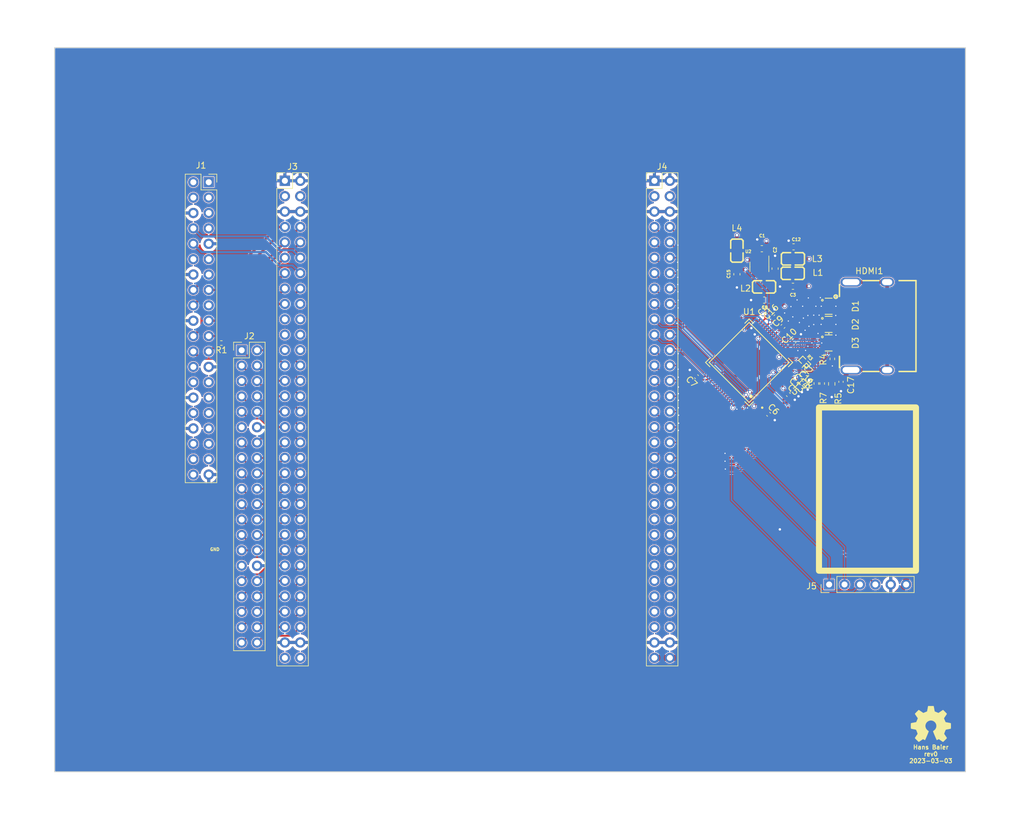
<source format=kicad_pcb>
(kicad_pcb (version 20221018) (generator pcbnew)
  (layers (0 "F.Cu" signal) (1 "In1.Cu" signal) (2 "In2.Cu" signal) (31 "B.Cu" signal) (34 "B.Paste" user) (35 "F.Paste" user) (36 "B.SilkS" user "B.Silkscreen") (37 "F.SilkS" user "F.Silkscreen") (38 "B.Mask" user) (39 "F.Mask" user) (44 "Edge.Cuts" user))
  (net 0 "")
  (net 1 "GND")
  (net 2 "+3V3")
  (net 3 "+5V")
  (net 4 "/RAM_DQ1")
  (net 5 "/RAM_DQ0")
  (net 6 "/RAM_DQ3")
  (net 7 "/RAM_DQ2")
  (net 8 "/RAM_DQ5")
  (net 9 "/RAM_DQ4")
  (net 10 "/RAM_DQ7")
  (net 11 "/RAM_DQ6")
  (net 12 "/RAM_DQ14")
  (net 13 "/RAM_DQ15")
  (net 14 "/RAM_DQ13")
  (net 15 "/RAM_DQ12")
  (net 16 "/RAM_DQ11")
  (net 17 "/RAM_DQ10")
  (net 18 "/RAM_DQ9")
  (net 19 "/RAM_DQ8")
  (net 20 "/RAM_A12")
  (net 21 "/RAM_CLK")
  (net 22 "/RAM_A9")
  (net 23 "/RAM_A11")
  (net 24 "/RAM_A7")
  (net 25 "/RAM_A8")
  (net 26 "/RAM_A5")
  (net 27 "/RAM_A6")
  (net 28 "/RAM_WE")
  (net 29 "/RAM_A4")
  (net 30 "/RAM_CAS")
  (net 31 "/RAM_RAS")
  (net 32 "/RAM_CS")
  (net 33 "/RAM_BA0")
  (net 34 "/RAM_BA1")
  (net 35 "/RAM_A10")
  (net 36 "/RAM_A0")
  (net 37 "/RAM_A1")
  (net 38 "/RAM_A2")
  (net 39 "/RAM_A3")
  (net 41 "/I2C_SDA")
  (net 43 "/UART_TX")
  (net 44 "/UART_RX")
  (net 48 "/FPGA_RESET")
  (net 49 "/FPGA_EN")
  (net 51 "/OSD_EN")
  (net 52 "/SPI_MOSI")
  (net 53 "/SPI_MISO")
  (net 54 "/IO_EN")
  (net 55 "Net-(J1-GPIO11_SPI_CLK)")
  (net 56 "/SPI_CS")
  (net 71 "/USER2")
  (net 73 "/USER4")
  (net 75 "/USER6")
  (net 77 "/RGB_D0")
  (net 78 "/RGB_D1")
  (net 79 "/RGB_D2")
  (net 80 "/RGB_D3")
  (net 81 "/RGB_D4")
  (net 82 "/RGB_D5")
  (net 83 "/RGB_D6")
  (net 84 "/RGB_D7")
  (net 85 "/RGB_CLK")
  (net 106 "/SPI_CLK")
  (net 107 "+1V8")
  (net 111 "/1V8_DVDD")
  (net 112 "/RGB_INT")
  (net 113 "/RGB_D23")
  (net 114 "/RGB_D22")
  (net 115 "/RGB_D21")
  (net 116 "/RGB_D20")
  (net 117 "/RGB_D19")
  (net 118 "/RGB_D18")
  (net 119 "/RGB_D17")
  (net 120 "/RGB_D16")
  (net 121 "/RGB_D15")
  (net 122 "/RGB_D14")
  (net 123 "/RGB_D13")
  (net 124 "/RGB_D12")
  (net 125 "/RGB_D11")
  (net 126 "/RGB_D10")
  (net 128 "/RGB_D9")
  (net 129 "/RGB_D8")
  (net 130 "/SPDIF")
  (net 131 "/RGB_VSYNC")
  (net 132 "/RGB_HSYNC")
  (net 133 "/RGB_DE")
  (net 134 "/HDMI_TX0-")
  (net 135 "/HDMI_TX0+")
  (net 136 "/HDMI_TX1+")
  (net 137 "/HDMI_TX2+")
  (net 139 "/HDMI_TX2-")
  (net 140 "/HDMI_TX1-")
  (net 141 "/HDMI_CLK+")
  (net 142 "/HDMI_CLK-")
  (net 143 "/DDC_SCL")
  (net 144 "/DDC_SDA")
  (net 145 "/I2C_SCL")
  (net 146 "/1V8_AVDD")
  (net 147 "Net-(U1-PD)")
  (net 148 "/1V8_PVDD")
  (net 149 "/3V3_DVDD")
  (net 150 "/HDMI_HPD")
  (net 151 "Net-(U1-R_EXT)")
  (net 152 "Net-(C17-Pad1)")
  (net 156 "/I2S_DAT")
  (net 157 "/I2S_SCLK")
  (net 158 "/I2S_MCLK")
  (net 159 "/I2S_LRCLK")
  (net 160 "unconnected-(U1-SPDIF-Pad3)")
  (footprint "Capacitor_SMD:C_0603_1608Metric" (layer "F.Cu") (at 214.9856 69.9008 180)
    (fp_text reference "C1")
    (fp_text value "1u")
  )
  (footprint "easyeda2kicad:R0402" (layer "F.Cu") (at 222.0468 88.646 135)
    (fp_text reference "R3")
    (fp_text value "887R")
  )
  (footprint "Capacitor_SMD:C_0402_1005Metric" (layer "F.Cu") (at 221.488 92.0496 -45)
    (fp_text reference "C11")
    (fp_text value "100nF")
  )
  (footprint "Capacitor_SMD:C_0402_1005Metric" (layer "F.Cu") (at 218.474611 82.718589 45)
    (fp_text reference "C9")
    (fp_text value "100nF")
  )
  (footprint "Capacitor_SMD:C_0402_1005Metric" (layer "F.Cu") (at 217.306211 81.143789 45)
    (fp_text reference "C16")
    (fp_text value "100nF")
  )
  (footprint "Connector_PinHeader_2.54mm:PinHeader_2x32_P2.54mm_Vertical" (layer "F.Cu") (at 136.3091 58.6944)
    (fp_text reference "J3")
    (fp_text value "Conn_02x32_Odd_Even")
  )
  (footprint "Resistor_SMD:R_0402_1005Metric" (layer "F.Cu") (at 224.9424 92.1552 -90)
    (fp_text reference "R7")
    (fp_text value "2k")
  )
  (footprint "Connector_PinHeader_2.54mm:PinHeader_2x20_P2.54mm_Vertical" (layer "F.Cu") (at 129.1844 86.6648)
    (fp_text reference "J2")
    (fp_text value "MiSTer SDRAM Module")
  )
  (footprint "easyeda2kicad:LQFP-64_L10.0-W10.0-P0.50-LS12.0-BL-EP5.3" (layer "F.Cu") (at 212.8901 88.678184 45)
    (fp_text reference "U1")
    (fp_text value "ADV7513BSWZ")
  )
  (footprint "Resistor_SMD:R_0402_1005Metric" (layer "F.Cu") (at 226.6188 88.0892 -90)
    (fp_text reference "R4")
    (fp_text value "10k")
  )
  (footprint "Resistor_SMD:R_0402_1005Metric" (layer "F.Cu") (at 223.9772 92.1532 90)
    (fp_text reference "R6")
    (fp_text value "2k")
  )
  (footprint "easyeda2kicad:L0805" (layer "F.Cu") (at 220.1164 73.9648)
    (fp_text reference "L1")
    (fp_text value "10uH")
  )
  (footprint "easyeda2kicad:L0805" (layer "F.Cu") (at 220.1472 71.5772)
    (fp_text reference "L3")
    (fp_text value "10uH")
  )
  (footprint "Resistor_SMD:R_0402_1005Metric" (layer "F.Cu") (at 125.8316 85.471 180)
    (fp_text reference "R1")
    (fp_text value "51R")
  )
  (footprint "Capacitor_SMD:C_0402_1005Metric" (layer "F.Cu") (at 216.1032 97.2312 -45)
    (fp_text reference "C6")
    (fp_text value "100nF")
  )
  (footprint "Resistor_SMD:R_0402_1005Metric" (layer "F.Cu") (at 221.645424 90.530624 -45)
    (fp_text reference "R2")
    (fp_text value "2k")
  )
  (footprint "Capacitor_SMD:C_0402_1005Metric" (layer "F.Cu") (at 216.0524 80.9244 45)
    (fp_text reference "C4")
    (fp_text value "100nF")
  )
  (footprint "Connector_PinSocket_2.54mm:PinSocket_2x20_P2.54mm_Vertical" (layer "F.Cu") (at 123.7488 58.928)
    (fp_text reference "J1")
    (fp_text value "RPi_GPIO")
  )
  (footprint "Symbols:OSHW-Symbol_6.7x6mm_SilkScreen" (layer "F.Cu") (at 242.8621 148.3614)
    (fp_text reference "N1" hide)
    (fp_text value "OHWLOGO" hide)
  )
  (footprint "Capacitor_SMD:C_0402_1005Metric" (layer "F.Cu") (at 219.964 93.218 -45)
    (fp_text reference "C13")
    (fp_text value "100nF")
  )
  (footprint "Capacitor_SMD:C_0603_1608Metric" (layer "F.Cu") (at 210.8708 74.1172 -90)
    (fp_text reference "C15")
    (fp_text value "10u")
  )
  (footprint "Capacitor_SMD:C_0402_1005Metric" (layer "F.Cu") (at 219.3544 93.98 -45)
    (fp_text reference "C5")
    (fp_text value "100nF")
  )
  (footprint "Capacitor_SMD:C_0603_1608Metric" (layer "F.Cu") (at 217.17 73.1898 90)
    (fp_text reference "C2")
    (fp_text value "10u")
  )
  (footprint "easyeda2kicad:DFN2510-10_L2.5-W1.0-P0.50-BL" (layer "F.Cu") (at 226.0074 85.4616 -90)
    (fp_text reference "D3")
    (fp_text value "TPD4E05U06DQAR_C2972498")
  )
  (footprint "Capacitor_SMD:C_0603_1608Metric" (layer "F.Cu") (at 220.218 69.596 180)
    (fp_text reference "C12")
    (fp_text value "10u")
  )
  (footprint "Capacitor_SMD:C_0603_1608Metric" (layer "F.Cu") (at 215.392 78.3844 180)
    (fp_text reference "C8")
    (fp_text value "10u")
  )
  (footprint "Capacitor_SMD:C_0402_1005Metric" (layer "F.Cu") (at 220.3196 85.1408 45)
    (fp_text reference "C10")
    (fp_text value "100nF")
  )
  (footprint "easyeda2kicad:HDMI-SMD_HDMI-001S" (layer "F.Cu") (at 232.2902 82.669 90)
    (fp_text reference "HDMI1")
    (fp_text value "HDMI-001S")
  )
  (footprint "Connector_PinHeader_2.54mm:PinHeader_2x32_P2.54mm_Vertical" (layer "F.Cu") (at 197.2691 58.6944)
    (fp_text reference "J4")
    (fp_text value "Conn_02x32_Odd_Even")
  )
  (footprint "Resistor_SMD:R_0603_1608Metric" (layer "F.Cu") (at 226.5172 92.2142 -90)
    (fp_text reference "R5")
    (fp_text value "1M")
  )
  (footprint "Package_TO_SOT_SMD:SOT-23-5" (layer "F.Cu") (at 214.5792 72.898 -90)
    (fp_text reference "U2")
    (fp_text value "TPS76318")
  )
  (footprint "Capacitor_SMD:C_0402_1005Metric" (layer "F.Cu") (at 220.6244 92.5576 -45)
    (fp_text reference "C14")
    (fp_text value "100nF")
  )
  (footprint "Capacitor_SMD:C_0402_1005Metric" (layer "F.Cu") (at 228.0412 91.8692 -90)
    (fp_text reference "C17")
    (fp_text value "100nF")
  )
  (footprint "easyeda2kicad:DFN2510-10_L2.5-W1.0-P0.50-BL" (layer "F.Cu") (at 226.0092 79.4004 -90)
    (fp_text reference "D1")
    (fp_text value "TPD4E05U06DQAR_C2972498")
  )
  (footprint "easyeda2kicad:L0805" (layer "F.Cu") (at 210.8708 70.2564 -90)
    (fp_text reference "L4")
    (fp_text value "10uH")
  )
  (footprint "Capacitor_SMD:C_0402_1005Metric" (layer "F.Cu") (at 204.216 91.0336 135)
    (fp_text reference "C7")
    (fp_text value "100nF")
  )
  (footprint "Capacitor_SMD:C_0603_1608Metric" (layer "F.Cu") (at 220.1164 76.0984 180)
    (fp_text reference "C3")
    (fp_text value "10u")
  )
  (footprint "easyeda2kicad:DFN2510-10_L2.5-W1.0-P0.50-BL" (layer "F.Cu") (at 226.0092 82.3976 -90)
    (fp_text reference "D2")
    (fp_text value "TPD4E05U06DQAR_C2972498")
  )
  (footprint "Connector_PinHeader_2.54mm:PinHeader_1x06_P2.54mm_Vertical" (layer "F.Cu") (at 226.0854 125.3236 90)
    (fp_text reference "J5")
    (fp_text value "Conn_01x06_Male")
  )
  (footprint "easyeda2kicad:L0805" (layer "F.Cu") (at 215.3872 76.2)
    (fp_text reference "L2")
    (fp_text value "10uH")
  )
  (gr_rect (start 224.411 96.1006) (end 240.411 123.0506) (stroke (width 1)) (fill none) (layer "F.SilkS"))
  (gr_rect (start 98.3361 36.7284) (end 248.5771 156.2354) (stroke (width 0.15)) (fill none) (layer "Edge.Cuts"))
  (gr_text "Hans Baier\nrev0\n2023-03-03" (at 242.8621 153.3144) (layer "F.SilkS") (effects (font (size 0.7 0.7))))
  (gr_text "GND" (at 124.7521 119.5324) (layer "F.SilkS") (effects (font (size 0.5 0.5) (thickness 0.125))))
  (segment (start 214.2106 68.3898) (end 214.2236 68.3768) (width 0.6) (layer "F.Cu") (net 1))
  (segment (start 214.976065 82.711935) (end 213.868 83.82) (width 0.3) (layer "F.Cu") (net 1))
  (segment (start 217.0684 79.9084) (end 217.0684 80.227156) (width 0.3) (layer "F.Cu") (net 1))
  (segment (start 228.0412 92.3492) (end 228.0412 93.4212) (width 0.4) (layer "F.Cu") (net 1))
  (segment (start 214.5792 71.7605) (end 214.5792 70.2694) (width 0.6) (layer "F.Cu") (net 1))
  (segment (start 203.876589 90.694189) (end 203.0984 89.916) (width 0.25) (layer "F.Cu") (net 1))
  (segment (start 216.391811 80.584989) (end 217.0684 79.9084) (width 0.25) (layer "F.Cu") (net 1))
  (segment (start 225.5792 82.3976) (end 224.7646 82.3976) (width 0.25) (layer "F.Cu") (net 1))
  (segment (start 226.5172 93.0392) (end 226.5172 94.3864) (width 0.4) (layer "F.Cu") (net 1))
  (segment (start 217.17 72.4148) (end 217.17 71.0692) (width 0.6) (layer "F.Cu") (net 1))
  (segment (start 222.006048 90.891248) (end 222.763024 91.648224) (width 0.3) (layer "F.Cu") (net 1))
  (segment (start 214.617 78.3844) (end 213.2076 78.3844) (width 0.6) (layer "F.Cu") (net 1))
  (segment (start 219.728422 94.150822) (end 220.4212 94.8436) (width 0.25) (layer "F.Cu") (net 1))
  (segment (start 221.776611 92.439811) (end 221.827411 92.439811) (width 0.3) (layer "F.Cu") (net 1))
  (segment (start 214.2106 69.9008) (end 214.2106 68.3898) (width 0.6) (layer "F.Cu") (net 1))
  (segment (start 221.827411 92.439811) (end 222.5548 93.1672) (width 0.3) (layer "F.Cu") (net 1))
  (segment (start 224.8756 85.4616) (end 224.8662 85.471) (width 0.25) (layer "F.Cu") (net 1))
  (segment (start 214.268958 81.996025) (end 214.268958 81.996642) (width 0.3) (layer "F.Cu") (net 1))
  (segment (start 218.814022 82.379178) (end 219.3544 81.8388) (width 0.3) (layer "F.Cu") (net 1))
  (segment (start 225.5774 85.4616) (end 224.8756 85.4616) (width 0.25) (layer "F.Cu") (net 1))
  (segment (start 217.0684 80.227156) (end 217.645622 80.804378) (width 0.3) (layer "F.Cu") (net 1))
  (segment (start 219.3414 76.0984) (end 218.0336 76.0984) (width 0.6) (layer "F.Cu") (net 1))
  (segment (start 214.268958 81.996642) (end 213.2584 83.0072) (width 0.3) (layer "F.Cu") (net 1))
  (segment (start 220.659011 84.801389) (end 221.4372 84.0232) (width 0.3) (layer "F.Cu") (net 1))
  (segment (start 226.4392 79.4004) (end 227.203 79.4004) (width 0.25) (layer "F.Cu") (net 1))
  (segment (start 225.5774 85.4616) (end 226.4374 85.4616) (width 0.25) (layer "F.Cu") (net 1))
  (segment (start 214.976065 82.703132) (end 214.976065 82.711935) (width 0.3) (layer "F.Cu") (net 1))
  (segment (start 218.0336 76.0984) (end 217.9828 76.1492) (width 0.6) (layer "F.Cu") (net 1))
  (segment (start 225.5792 79.4004) (end 224.79 79.4004) (width 0.25) (layer "F.Cu") (net 1))
  (segment (start 210.8708 74.8922) (end 210.8708 76.3016) (width 0.6) (layer "F.Cu") (net 1))
  (segment (start 226.4392 82.3976) (end 227.203 82.3976) (width 0.25) (layer "F.Cu") (net 1))
  (segment (start 214.5792 70.2694) (end 214.2106 69.9008) (width 0.6) (layer "F.Cu") (net 1))
  (via (at 221.026106 94.26239) (size 0.65) (drill 0.4) (layers "F.Cu" "B.Cu") (net 1))
  (via (at 201.0918 73.406) (size 0.45) (drill 0.2) (layers "F.Cu" "B.Cu") (net 1))
  (via (at 201.1934 87.2236) (size 0.45) (drill 0.2) (layers "F.Cu" "B.Cu") (net 1))
  (via (at 227.203 82.3976) (size 0.45) (drill 0.2) (layers "F.Cu" "B.Cu") (net 1))
  (via (at 220.091 81.153) (size 0.45) (drill 0.2) (layers "F.Cu" "B.Cu") (net 1))
  (via (at 222.5802 86.0044) (size 0.45) (drill 0.2) (layers "F.Cu" "B.Cu") (net 1))
  (via (at 201.2188 96.1644) (size 0.45) (drill 0.2) (layers "F.Cu" "B.Cu") (net 1))
  (via (at 218.7448 80.518) (size 0.45) (drill 0.2) (layers "F.Cu" "B.Cu") (net 1))
  (via (at 227.203 77.8256) (size 0.45) (drill 0.2) (layers "F.Cu" "B.Cu") (net 1))
  (via (at 212.6234 96.1898) (size 0.45) (drill 0.2) (layers "F.Cu" "B.Cu") (net 1))
  (via (at 224.6376 77.978) (size 0.45) (drill 0.2) (layers "F.Cu" "B.Cu") (net 1))
  (via (at 220.8022 78.359) (size 0.45) (drill 0.2) (layers "F.Cu" "B.Cu") (net 1))
  (via (at 221.8436 81.3562) (size 0.45) (drill 0.2) (layers "F.Cu" "B.Cu") (net 1))
  (via (at 221.4372 84.0232) (size 0.6) (drill 0.4) (layers "F.Cu" "B.Cu") (net 1))
  (via (at 201.1426 69.3166) (size 0.45) (drill 0.2) (layers "F.Cu" "B.Cu") (net 1))
  (via (at 208.915 104.9782) (size 0.45) (drill 0.2) (layers "F.Cu" "B.Cu") (net 1))
  (via (at 201.2696 98.7044) (size 0.45) (drill 0.2) (layers "F.Cu" "B.Cu") (net 1))
  (via (at 208.9658 106.2736) (size 0.45) (drill 0.2) (layers "F.Cu" "B.Cu") (net 1))
  (via (at 227.1776 80.9244) (size 0.45) (drill 0.2) (layers "F.Cu" "B.Cu") (net 1))
  (via (at 220.9292 86.7156) (size 0.45) (drill 0.2) (layers "F.Cu" "B.Cu") (net 1))
  (via (at 201.168 89.789) (size 0.45) (drill 0.2) (layers "F.Cu" "B.Cu") (net 1))
  (via (at 228.0412 93.4212) (size 0.65) (drill 0.4) (layers "F.Cu" "B.Cu") (net 1))
  (via (at 210.8708 96.393) (size 0.45) (drill 0.2) (layers "F.Cu" "B.Cu") (net 1))
  (via (at 226.5172 94.3864) (size 0.65) (drill 0.4) (layers "F.Cu" "B.Cu") (net 1))
  (via (at 221.594369 93.573107) (size 0.65) (drill 0.4) (layers "F.Cu" "B.Cu") (net 1))
  (via (at 219.4052 68.58) (size 0.6) (drill 0.4) (layers "F.Cu" "B.Cu") (net 1))
  (via (at 217.0684 79.9084) (size 0.65) (drill 0.4) (layers "F.Cu" "B.Cu") (net 1))
  (via (at 201.2188 93.8276) (size 0.45) (drill 0.2) (layers "F.Cu" "B.Cu") (net 1))
  (via (at 222.5802 80.9244) (size 0.45) (drill 0.2) (layers "F.Cu" "B.Cu") (net 1))
  (via (at 201.1934 91.1098) (size 0.45) (drill 0.2) (layers "F.Cu" "B.Cu") (net 1))
  (via (at 223.5454 82.423) (size 0.45) (drill 0.2) (layers "F.Cu" "B.Cu") (net 1))
  (via (at 222.8596 89.408) (size 0.45) (drill 0.2) (layers "F.Cu" "B.Cu") (net 1))
  (via (at 217.17 71.0692) (size 0.65) (drill 0.4) (layers "F.Cu" "B.Cu") (net 1))
  (via (at 213.2076 78.3844) (size 0.65) (drill 0.4) (layers "F.Cu" "B.Cu") (net 1))
  (via (at 222.5548 93.1672) (size 0.6) (drill 0.4) (layers "F.Cu" "B.Cu") (net 1))
  (via (at 222.6564 78.0288) (size 0.45) (drill 0.2) (layers "F.Cu" "B.Cu") (net 1))
  (via (at 203.0984 89.916) (size 0.65) (drill 0.4) (layers "F.Cu" "B.Cu") (net 1))
  (via (at 201.168 79.6798) (size 0.45) (drill 0.2) (layers "F.Cu" "B.Cu") (net 1))
  (via (at 221.1832 82.0928) (size 0.45) (drill 0.2) (layers "F.Cu" "B.Cu") (net 1))
  (via (at 224.4344 80.8736) (size 0.45) (drill 0.2) (layers "F.Cu" "B.Cu") (net 1))
  (via (at 223.2406 85.4456) (size 0.45) (drill 0.2) (layers "F.Cu" "B.Cu") (net 1))
  (via (at 221.7166 79.4004) (size 0.45) (drill 0.2) (layers "F.Cu" "B.Cu") (net 1))
  (via (at 217.9828 76.1492) (size 0.65) (drill 0.4) (layers "F.Cu" "B.Cu") (net 1))
  (via (at 200.9648 82.2198) (size 0.45) (drill 0.2) (layers "F.Cu" "B.Cu") (net 1))
  (via (at 223.5454 80.8736) (size 0.45) (drill 0.2) (layers "F.Cu" "B.Cu") (net 1))
  (via (at 224.8662 85.471) (size 0.45) (drill 0.2) (layers "F.Cu" "B.Cu") (net 1))
  (via (at 224.79 79.4004) (size 0.45) (drill 0.2) (layers "F.Cu" "B.Cu") (net 1))
  (via (at 224.7646 82.3976) (size 0.45) (drill 0.2) (layers "F.Cu" "B.Cu") (net 1))
  (via (at 201.2188 94.9198) (size 0.45) (drill 0.2) (layers "F.Cu" "B.Cu") (net 1))
  (via (at 226.0346 83.9216) (size 0.45) (drill 0.2) (layers "F.Cu" "B.Cu") (net 1))
  (via (at 213.2584 83.0072) (size 0.6) (drill 0.4) (layers "F.Cu" "B.Cu") (net 1))
  (via (at 227.203 79.4004) (size 0.45) (drill 0.2) (layers "F.Cu" "B.Cu") (net 1))
  (via (at 222.763024 91.648224) (size 0.6) (drill 0.4) (layers "F.Cu" "B.Cu") (net 1))
  (via (at 201.1172 74.6252) (size 0.45) (drill 0.2) (layers "F.Cu" "B.Cu") (net 1))
  (via (at 220.4212 94.8436) (size 0.65) (drill 0.4) (layers "F.Cu" "B.Cu") (net 1))
  (via (at 214.2236 68.3768) (size 0.65) (drill 0.4) (layers "F.Cu" "B.Cu") (net 1))
  (via (at 201.2696 97.3836) (size 0.45) (drill 0.2) (layers "F.Cu" "B.Cu") (net 1))
  (via (at 201.1172 75.819) (size 0.45) (drill 0.2) (layers "F.Cu" "B.Cu") (net 1))
  (via (at 217.1192 98.1964) (size 0.65) (drill 0.4) (layers "F.Cu" "B.Cu") (net 1))
  (via (at 218.7956 84.5058) (size 0.45) (drill 0.2) (layers "F.Cu" "B.Cu") (net 1))
  (via (at 208.915 103.6828) (size 0.45) (drill 0.2) (layers "F.Cu" "B.Cu") (net 1))
  (via (at 217.9574 116.2304) (size 0.65) (drill 0.4) (layers "F.Cu" "B.Cu") (net 1))
  (via (at 226.6188 89.2556) (size 0.45) (drill 0.2) (layers "F.Cu" "B.Cu") (net 1))
  (via (at 224.2566 83.8962) (size 0.45) (drill 0.2) (layers "F.Cu" "B.Cu") (net 1))
  (via (at 223.901 79.4004) (size 0.45) (drill 0.2) (layers "F.Cu" "B.Cu") (net 1))
  (via (at 222.1992 86.6902) (size 0.45) (drill 0.2) (layers "F.Cu" "B.Cu") (net 1))
  (via (at 219.3544 81.8388) (size 0.45) (drill 0.2) (layers "F.Cu" "B.Cu") (net 1))
  (via (at 201.2188 99.8982) (size 0.45) (drill 0.2) (layers "F.Cu" "B.Cu") (net 1))
  (via (at 222.758 82.7024) (size 0.45) (drill 0.2) (layers "F.Cu" "B.Cu") (net 1))
  (via (at 222.123 83.3628) (size 0.45) (drill 0.2) (layers "F.Cu" "B.Cu") (net 1))
  (via (at 213.8172 84.0486) (size 0.6) (drill 0.4) (layers "F.Cu" "B.Cu") (net 1))
  (via (at 213.0552 94.2594) (size 0.45) (drill 0.2) (layers "F.Cu" "B.Cu") (net 1))
  (via (at 201.1426 77.0128) (size 0.45) (drill 0.2) (layers "F.Cu" "B.Cu") (net 1))
  (via (at 201.2188 92.7354) (size 0.45) (drill 0.2) (layers "F.Cu" "B.Cu") (net 1))
  (via (at 201.168 78.4098) (size 0.45) (drill 0.2) (layers "F.Cu" "B.Cu") (net 1))
  (via (at 219.7862 79.4512) (size 0.45) (drill 0.2) (layers "F.Cu" "B.Cu") (net 1))
  (via (at 201.0918 72.136) (size 0.45) (drill 0.2) (layers "F.Cu" "B.Cu") (net 1))
  (via (at 210.8708 76.3016) (size 0.65) (drill 0.4) (layers "F.Cu" "B.Cu") (net 1))
  (via (at 227.203 84.1756) (size 0.45) (drill 0.2) (layers "F.Cu" "B.Cu") (net 1))
  (segment (start 215.7606 68.6438) (end 215.7476 68.6308) (width 0.6) (layer "F.Cu") (net 2))
  (segment (start 210.8708 69.2864) (end 210.8708 67.6656) (width 0.6) (layer "F.Cu") (net 2))
  (segment (start 215.5292 70.1322) (end 215.7606 69.9008) (width 0.6) (layer "F.Cu") (net 2))
  (segment (start 215.5292 71.7605) (end 215.5292 70.1322) (width 0.6) (layer "F.Cu") (net 2))
  (segment (start 215.7606 69.9008) (end 215.7606 68.6438) (width 0.6) (layer "F.Cu") (net 2))
  (segment (start 212.6289 71.7605) (end 212.598 71.7296) (width 0.6) (layer "F.Cu") (net 2))
  (segment (start 213.6292 71.7605) (end 212.6289 71.7605) (width 0.6) (layer "F.Cu") (net 2))
  (via (at 210.8708 67.6656) (size 0.65) (drill 0.4) (layers "F.Cu" "B.Cu") (net 2))
  (via (at 212.598 71.7296) (size 0.65) (drill 0.4) (layers "F.Cu" "B.Cu") (net 2))
  (via (at 215.7476 68.6308) (size 0.65) (drill 0.4) (layers "F.Cu" "B.Cu") (net 2))
  (segment (start 223.9772 92.6632) (end 224.4598 92.6632) (width 0.3) (layer "F.Cu") (net 3))
  (segment (start 225.6536 91.12172) (end 228.53572 88.2396) (width 0.3) (layer "F.Cu") (net 3))
  (segment (start 224.4852 93.1672) (end 224.4598 93.1418) (width 1) (layer "F.Cu") (net 3))
  (segment (start 224.4852 106.299) (end 224.4852 93.1672) (width 1) (layer "F.Cu") (net 3))
  (segment (start 225.6536 91.954) (end 225.6536 91.12172) (width 0.3) (layer "F.Cu") (net 3))
  (segment (start 230.5302 86.6638) (end 228.9302 86.6638) (width 0.3) (layer "F.Cu") (net 3))
  (segment (start 224.9404 92.6632) (end 224.9424 92.6652) (width 0.3) (layer "F.Cu") (net 3))
  (segment (start 197.2691 137.4344) (end 226.6746 137.4344) (width 1) (layer "F.Cu") (net 3))
  (segment (start 231.1908 87.63) (end 231.1908 87.3244) (width 0.3) (layer "F.Cu") (net 3))
  (segment (start 238.7854 125.3236) (end 238.7854 120.5992) (width 1) (layer "F.Cu") (net 3))
  (segment (start 238.7854 120.5992) (end 224.4852 106.299) (width 1) (layer "F.Cu") (net 3))
  (segment (start 231.1908 87.3244) (end 230.5302 86.6638) (width 0.3) (layer "F.Cu") (net 3))
  (segment (start 224.4598 92.6632) (end 224.4598 93.1418) (width 0.3) (layer "F.Cu") (net 3))
  (segment (start 226.6746 137.4344) (end 238.7854 125.3236) (width 1) (layer "F.Cu") (net 3))
  (segment (start 224.9424 92.6652) (end 225.6536 91.954) (width 0.3) (layer "F.Cu") (net 3))
  (segment (start 230.5812 88.2396) (end 231.1908 87.63) (width 0.3) (layer "F.Cu") (net 3))
  (segment (start 228.53572 88.2396) (end 230.5812 88.2396) (width 0.3) (layer "F.Cu") (net 3))
  (segment (start 224.4598 92.6632) (end 224.9404 92.6632) (width 0.3) (layer "F.Cu") (net 3))
  (segment (start 131.7244 86.6648) (end 134.4168 86.6648) (width 0.3) (layer "F.Cu") (net 4))
  (segment (start 135.5344 87.7824) (end 137.4571 87.7824) (width 0.3) (layer "F.Cu") (net 4))
  (segment (start 137.4571 87.7824) (end 138.8491 89.1744) (width 0.3) (layer "F.Cu") (net 4))
  (segment (start 134.4168 86.6648) (end 135.5344 87.7824) (width 0.3) (layer "F.Cu") (net 4))
  (segment (start 129.1844 86.6648) (end 130.2944 87.7748) (width 0.3) (layer "F.Cu") (net 5))
  (segment (start 134.9095 87.7748) (end 136.3091 89.1744) (width 0.3) (layer "F.Cu") (net 5))
  (segment (start 130.2944 87.7748) (end 134.9095 87.7748) (width 0.3) (layer "F.Cu") (net 5))
  (segment (start 137.4191 90.2844) (end 138.8491 91.7144) (width 0.3) (layer "F.Cu") (net 6))
  (segment (start 131.7244 89.2048) (end 132.804 90.2844) (width 0.3) (layer "F.Cu") (net 6))
  (segment (start 132.804 90.2844) (end 137.4191 90.2844) (width 0.3) (layer "F.Cu") (net 6))
  (segment (start 129.1844 89.2048) (end 130.2944 90.3148) (width 0.3) (layer "F.Cu") (net 7))
  (segment (start 132.254572 90.3148) (end 133.654172 91.7144) (width 0.3) (layer "F.Cu") (net 7))
  (segment (start 133.654172 91.7144) (end 136.3091 91.7144) (width 0.3) (layer "F.Cu") (net 7))
  (segment (start 130.2944 90.3148) (end 132.254572 90.3148) (width 0.3) (layer "F.Cu") (net 7))
  (segment (start 131.7244 91.7448) (end 132.804 92.8244) (width 0.3) (layer "F.Cu") (net 8))
  (segment (start 132.804 92.8244) (end 137.4191 92.8244) (width 0.3) (layer "F.Cu") (net 8))
  (segment (start 137.4191 92.8244) (end 138.8491 94.2544) (width 0.3) (layer "F.Cu") (net 8))
  (segment (start 129.1844 91.7448) (end 130.2944 92.8548) (width 0.3) (layer "F.Cu") (net 9))
  (segment (start 133.654172 94.2544) (end 136.3091 94.2544) (width 0.3) (layer "F.Cu") (net 9))
  (segment (start 132.254572 92.8548) (end 133.654172 94.2544) (width 0.3) (layer "F.Cu") (net 9))
  (segment (start 130.2944 92.8548) (end 132.254572 92.8548) (width 0.3) (layer "F.Cu") (net 9))
  (segment (start 131.7244 94.2848) (end 132.804 95.3644) (width 0.3) (layer "F.Cu") (net 10))
  (segment (start 137.4191 95.3644) (end 138.8491 96.7944) (width 0.3) (layer "F.Cu") (net 10))
  (segment (start 132.804 95.3644) (end 137.4191 95.3644) (width 0.3) (layer "F.Cu") (net 10))
  (segment (start 132.184178 95.3948) (end 133.583778 96.7944) (width 0.3) (layer "F.Cu") (net 11))
  (segment (start 133.583778 96.7944) (end 136.3091 96.7944) (width 0.3) (layer "F.Cu") (net 11))
  (segment (start 129.1844 94.2848) (end 130.2944 95.3948) (width 0.3) (layer "F.Cu") (net 11))
  (segment (start 130.2944 95.3948) (end 132.184178 95.3948) (width 0.3) (layer "F.Cu") (net 11))
  (segment (start 132.804 97.9044) (end 137.4191 97.9044) (width 0.3) (layer "F.Cu") (net 12))
  (segment (start 131.7244 96.8248) (end 132.804 97.9044) (width 0.3) (layer "F.Cu") (net 12))
  (segment (start 137.4191 97.9044) (end 138.8491 99.3344) (width 0.3) (layer "F.Cu") (net 12))
  (segment (start 130.2944 97.9348) (end 132.184178 97.9348) (width 0.3) (layer "F.Cu") (net 13))
  (segment (start 129.1844 96.8248) (end 130.2944 97.9348) (width 0.3) (layer "F.Cu") (net 13))
  (segment (start 133.583778 99.3344) (end 136.3091 99.3344) (width 0.3) (layer "F.Cu") (net 13))
  (segment (start 132.184178 97.9348) (end 133.583778 99.3344) (width 0.3) (layer "F.Cu") (net 13))
  (segment (start 130.2944 103.0148) (end 135.1687 103.0148) (width 0.3) (layer "F.Cu") (net 14))
  (segment (start 135.1687 103.0148) (end 136.3091 101.8744) (width 0.3) (layer "F.Cu") (net 14))
  (segment (start 129.1844 101.9048) (end 130.2944 103.0148) (width 0.3) (layer "F.Cu") (net 14))
  (segment (start 132.8648 100.7644) (end 137.7391 100.7644) (width 0.3) (layer "F.Cu") (net 15))
  (segment (start 137.7391 100.7644) (end 138.8491 101.8744) (width 0.3) (layer "F.Cu") (net 15))
  (segment (start 131.7244 101.9048) (end 132.8648 100.7644) (width 0.3) (layer "F.Cu") (net 15))
  (segment (start 129.1844 104.4448) (end 130.2944 105.5548) (width 0.3) (layer "F.Cu") (net 16))
  (segment (start 135.1687 105.5548) (end 136.3091 104.4144) (width 0.3) (layer "F.Cu") (net 16))
  (segment (start 130.2944 105.5548) (end 135.1687 105.5548) (width 0.3) (layer "F.Cu") (net 16))
  (segment (start 137.7391 103.3044) (end 138.8491 104.4144) (width 0.3) (layer "F.Cu") (net 17))
  (segment (start 134.708922 104.4448) (end 135.849322 103.3044) (width 0.3) (layer "F.Cu") (net 17))
  (segment (start 131.7244 104.4448) (end 134.708922 104.4448) (width 0.3) (layer "F.Cu") (net 17))
  (segment (start 135.849322 103.3044) (end 137.7391 103.3044) (width 0.3) (layer "F.Cu") (net 17))
  (segment (start 130.2944 108.0948) (end 135.1687 108.0948) (width 0.3) (layer "F.Cu") (net 18))
  (segment (start 135.1687 108.0948) (end 136.3091 106.9544) (width 0.3) (layer "F.Cu") (net 18))
  (segment (start 129.1844 106.9848) (end 130.2944 108.0948) (width 0.3) (layer "F.Cu") (net 18))
  (segment (start 135.849322 105.8444) (end 137.7391 105.8444) (width 0.3) (layer "F.Cu") (net 19))
  (segment (start 137.7391 105.8444) (end 138.8491 106.9544) (width 0.3) (layer "F.Cu") (net 19))
  (segment (start 134.708922 106.9848) (end 135.849322 105.8444) (width 0.3) (layer "F.Cu") (net 19))
  (segment (start 131.7244 106.9848) (end 134.708922 106.9848) (width 0.3) (layer "F.Cu") (net 19))
  (segment (start 129.1844 109.5248) (end 130.2944 110.6348) (width 0.3) (layer "F.Cu") (net 20))
  (segment (start 135.1687 110.6348) (end 136.3091 109.4944) (width 0.3) (layer "F.Cu") (net 20))
  (segment (start 130.2944 110.6348) (end 135.1687 110.6348) (width 0.3) (layer "F.Cu") (net 20))
  (segment (start 137.7391 108.3844) (end 138.8491 109.4944) (width 0.3) (layer "F.Cu") (net 21))
  (segment (start 131.7244 109.5248) (end 134.708922 109.5248) (width 0.3) (layer "F.Cu") (net 21))
  (segment (start 135.849322 108.3844) (end 137.7391 108.3844) (width 0.3) (layer "F.Cu") (net 21))
  (segment (start 134.708922 109.5248) (end 135.849322 108.3844) (width 0.3) (layer "F.Cu") (net 21))
  (segment (start 130.2944 113.1748) (end 135.1687 113.1748) (width 0.3) (layer "F.Cu") (net 22))
  (segment (start 129.1844 112.0648) (end 130.2944 113.1748) (width 0.3) (layer "F.Cu") (net 22))
  (segment (start 135.1687 113.1748) (end 136.3091 112.0344) (width 0.3) (layer "F.Cu") (net 22))
  (segment (start 137.7391 110.9244) (end 138.8491 112.0344) (width 0.3) (layer "F.Cu") (net 23))
  (segment (start 135.849322 110.9244) (end 137.7391 110.9244) (width 0.3) (layer "F.Cu") (net 23))
  (segment (start 131.7244 112.0648) (end 134.708922 112.0648) (width 0.3) (layer "F.Cu") (net 23))
  (segment (start 134.708922 112.0648) (end 135.849322 110.9244) (width 0.3) (layer "F.Cu") (net 23))
  (segment (start 129.1844 114.6048) (end 130.2944 115.7148) (width 0.3) (layer "F.Cu") (net 24))
  (segment (start 135.1687 115.7148) (end 136.3091 114.5744) (width 0.3) (layer "F.Cu") (net 24))
  (segment (start 130.2944 115.7148) (end 135.1687 115.7148) (width 0.3) (layer "F.Cu") (net 24))
  (segment (start 135.877322 113.4364) (end 137.7111 113.4364) (width 0.3) (layer "F.Cu") (net 25))
  (segment (start 131.7244 114.6048) (end 134.708922 114.6048) (width 0.3) (layer "F.Cu") (net 25))
  (segment (start 134.708922 114.6048) (end 135.877322 113.4364) (width 0.3) (layer "F.Cu") (net 25))
  (segment (start 137.7111 113.4364) (end 138.8491 114.5744) (width 0.3) (layer "F.Cu") (net 25))
  (segment (start 129.1844 117.1448) (end 130.2944 118.2548) (width 0.3) (layer "F.Cu") (net 26))
  (segment (start 135.1687 118.2548) (end 136.3091 117.1144) (width 0.3) (layer "F.Cu") (net 26))
  (segment (start 130.2944 118.2548) (end 135.1687 118.2548) (width 0.3) (layer "F.Cu") (net 26))
  (segment (start 135.486928 115.9764) (end 137.7111 115.9764) (width 0.3) (layer "F.Cu") (net 27))
  (segment (start 131.7244 117.1448) (end 134.318528 117.1448) (width 0.3) (layer "F.Cu") (net 27))
  (segment (start 134.318528 117.1448) (end 135.486928 115.9764) (width 0.3) (layer "F.Cu") (net 27))
  (segment (start 137.7111 115.9764) (end 138.8491 117.1144) (width 0.3) (layer "F.Cu") (net 27))
  (segment (start 131.264622 120.7948) (end 135.1687 120.7948) (width 0.3) (layer "F.Cu") (net 28))
  (segment (start 130.154622 119.6848) (end 131.264622 120.7948) (width 0.3) (layer "F.Cu") (net 28))
  (segment (start 129.1844 119.6848) (end 130.154622 119.6848) (width 0.3) (layer "F.Cu") (net 28))
  (segment (start 135.1687 120.7948) (end 136.3091 119.6544) (width 0.3) (layer "F.Cu") (net 28))
  (segment (start 134.708922 119.6848) (end 135.849322 118.5444) (width 0.3) (layer "F.Cu") (net 29))
  (segment (start 135.849322 118.5444) (end 137.7391 118.5444) (width 0.3) (layer "F.Cu") (net 29))
  (segment (start 137.7391 118.5444) (end 138.8491 119.6544) (width 0.3) (layer "F.Cu") (net 29))
  (segment (start 131.7244 119.6848) (end 134.708922 119.6848) (width 0.3) (layer "F.Cu") (net 29))
  (segment (start 133.482 122.1944) (end 136.3091 122.1944) (width 0.3) (layer "F.Cu") (net 30))
  (segment (start 129.1844 124.7648) (end 130.2944 123.6548) (width 0.3) (layer "F.Cu") (net 30))
  (segment (start 130.2944 123.6548) (end 132.0216 123.6548) (width 0.3) (layer "F.Cu") (net 30))
  (segment (start 132.0216 123.6548) (end 133.482 122.1944) (width 0.3) (layer "F.Cu") (net 30))
  (segment (start 137.4191 123.6244) (end 138.8491 122.1944) (width 0.3) (layer "F.Cu") (net 31))
  (segment (start 131.7244 124.7648) (end 132.8648 123.6244) (width 0.3) (layer "F.Cu") (net 31))
  (segment (start 132.8648 123.6244) (end 137.4191 123.6244) (width 0.3) (layer "F.Cu") (net 31))
  (segment (start 132.254572 126.1948) (end 133.714972 124.7344) (width 0.3) (layer "F.Cu") (net 32))
  (segment (start 133.714972 124.7344) (end 136.3091 124.7344) (width 0.3) (layer "F.Cu") (net 32))
  (segment (start 130.2944 126.1948) (end 132.254572 126.1948) (width 0.3) (layer "F.Cu") (net 32))
  (segment (start 129.1844 127.3048) (end 130.2944 126.1948) (width 0.3) (layer "F.Cu") (net 32))
  (segment (start 137.4191 126.1644) (end 138.8491 124.7344) (width 0.3) (layer "F.Cu") (net 33))
  (segment (start 132.8648 126.1644) (end 137.4191 126.1644) (width 0.3) (layer "F.Cu") (net 33))
  (segment (start 131.7244 127.3048) (end 132.8648 126.1644) (width 0.3) (layer "F.Cu") (net 33))
  (segment (start 132.254572 128.7348) (end 133.714972 127.2744) (width 0.3) (layer "F.Cu") (net 34))
  (segment (start 133.714972 127.2744) (end 136.3091 127.2744) (width 0.3) (layer "F.Cu") (net 34))
  (segment (start 130.2944 128.7348) (end 132.254572 128.7348) (width 0.3) (layer "F.Cu") (net 34))
  (segment (start 129.1844 129.8448) (end 130.2944 128.7348) (width 0.3) (layer "F.Cu") (net 34))
  (segment (start 131.7244 129.8448) (end 133.1848 128.3844) (width 0.3) (layer "F.Cu") (net 35))
  (segment (start 137.7391 128.3844) (end 138.8491 127.2744) (width 0.3) (layer "F.Cu") (net 35))
  (segment (start 133.1848 128.3844) (end 137.7391 128.3844) (width 0.3) (layer "F.Cu") (net 35))
  (segment (start 132.254572 131.2748) (end 133.714972 129.8144) (width 0.3) (layer "F.Cu") (net 36))
  (segment (start 130.2944 131.2748) (end 132.254572 131.2748) (width 0.3) (layer "F.Cu") (net 36))
  (segment (start 133.714972 129.8144) (end 136.3091 129.8144) (width 0.3) (layer "F.Cu") (net 36))
  (segment (start 129.1844 132.3848) (end 130.2944 131.2748) (width 0.3) (layer "F.Cu") (net 36))
  (segment (start 132.8648 131.2444) (end 137.4191 131.2444) (width 0.3) (layer "F.Cu") (net 37))
  (segment (start 137.4191 131.2444) (end 138.8491 129.8144) (width 0.3) (layer "F.Cu") (net 37))
  (segment (start 131.7244 132.3848) (end 132.8648 131.2444) (width 0.3) (layer "F.Cu") (net 37))
  (segment (start 132.184178 133.8148) (end 133.644578 132.3544) (width 0.3) (layer "F.Cu") (net 38))
  (segment (start 133.644578 132.3544) (end 136.3091 132.3544) (width 0.3) (layer "F.Cu") (net 38))
  (segment (start 130.2944 133.8148) (end 132.184178 133.8148) (width 0.3) (layer "F.Cu") (net 38))
  (segment (start 129.1844 134.9248) (end 130.2944 133.8148) (width 0.3) (layer "F.Cu") (net 38))
  (segment (start 132.8648 133.7844) (end 137.4191 133.7844) (width 0.3) (layer "F.Cu") (net 39))
  (segment (start 131.7244 134.9248) (end 132.8648 133.7844) (width 0.3) (layer "F.Cu") (net 39))
  (segment (start 137.4191 133.7844) (end 138.8491 132.3544) (width 0.3) (layer "F.Cu") (net 39))
  (segment (start 135.4328 70.1548) (end 137.6095 70.1548) (width 0.4) (layer "B.Cu") (net 43))
  (segment (start 122.5296 67.8688) (end 133.1468 67.8688) (width 0.4) (layer "B.Cu") (net 43))
  (segment (start 121.2088 66.548) (end 122.5296 67.8688) (width 0.4) (layer "B.Cu") (net 43))
  (segment (start 133.1468 67.8688) (end 135.4328 70.1548) (width 0.4) (layer "B.Cu") (net 43))
  (segment (start 137.6095 70.1548) (end 138.8491 71.3944) (width 0.4) (layer "B.Cu") (net 43))
  (segment (start 122.5888 70.468) (end 133.1806 70.468) (width 0.4) (layer "B.Cu") (net 44))
  (segment (start 121.2088 69.088) (end 122.5888 70.468) (width 0.4) (layer "B.Cu") (net 44))
  (segment (start 133.1806 70.468) (end 135.382 72.6694) (width 0.4) (layer "B.Cu") (net 44))
  (segment (start 137.5841 72.6694) (end 138.8491 73.9344) (width 0.4) (layer "B.Cu") (net 44))
  (segment (start 135.382 72.6694) (end 137.5841 72.6694) (width 0.4) (layer "B.Cu") (net 44))
  (segment (start 126.2126 76.708) (end 135.3566 67.564) (width 0.4) (layer "F.Cu") (net 48))
  (segment (start 137.5995 67.564) (end 138.8491 66.3144) (width 0.4) (layer "F.Cu") (net 48))
  (segment (start 123.7488 76.708) (end 126.2126 76.708) (width 0.4) (layer "F.Cu") (net 48))
  (segment (start 135.3566 67.564) (end 137.5995 67.564) (width 0.4) (layer "F.Cu") (net 48))
  (segment (start 122.4788 75.438) (end 125.983419 75.438) (width 0.4) (layer "F.Cu") (net 49))
  (segment (start 121.2088 76.708) (end 122.4788 75.438) (width 0.4) (layer "F.Cu") (net 49))
  (segment (start 135.107019 66.3144) (end 136.3091 66.3144) (width 0.4) (layer "F.Cu") (net 49))
  (segment (start 125.983419 75.438) (end 135.107019 66.3144) (width 0.4) (layer "F.Cu") (net 49))
  (segment (start 122.3688 78.088) (end 127.0755 78.088) (width 0.4) (layer "F.Cu") (net 51))
  (segment (start 127.0755 78.088) (end 136.3091 68.8544) (width 0.4) (layer "F.Cu") (net 51))
  (segment (start 121.2088 79.248) (end 122.3688 78.088) (width 0.4) (layer "F.Cu") (net 51))
  (segment (start 125.9155 81.788) (end 136.3091 71.3944) (width 0.4) (layer "F.Cu") (net 52))
  (segment (start 123.7488 81.788) (end 125.9155 81.788) (width 0.4) (layer "F.Cu") (net 52))
  (segment (start 123.7488 84.328) (end 125.9155 84.328) (width 0.4) (layer "F.Cu") (net 53))
  (segment (start 125.9155 84.328) (end 136.3091 73.9344) (width 0.4) (layer "F.Cu") (net 53))
  (segment (start 137.6891 70.0144) (end 138.8491 68.8544) (width 0.4) (layer "F.Cu") (net 54))
  (segment (start 136.048612 70.0144) (end 137.6891 70.0144) (width 0.4) (layer "F.Cu") (net 54))
  (segment (start 122.5888 81.307512) (end 123.403712 80.4926) (width 0.4) (layer "F.Cu") (net 54))
  (segment (start 125.570412 80.4926) (end 136.048612 70.0144) (width 0.4) (layer "F.Cu") (net 54))
  (segment (start 122.5888 82.948) (end 122.5888 81.307512) (width 0.4) (layer "F.Cu") (net 54))
  (segment (start 123.403712 80.4926) (end 125.570412 80.4926) (width 0.4) (layer "F.Cu") (net 54))
  (segment (start 121.2088 84.328) (end 122.5888 82.948) (width 0.4) (layer "F.Cu") (net 54))
  (segment (start 123.7488 86.868) (end 123.9246 86.868) (width 0.4) (layer "F.Cu") (net 55))
  (segment (start 123.9246 86.868) (end 125.3216 85.471) (width 0.4) (layer "F.Cu") (net 55))
  (segment (start 137.6891 79.274888) (end 137.6891 77.6344) (width 0.4) (layer "F.Cu") (net 56))
  (segment (start 136.699988 80.264) (end 137.6891 79.274888) (width 0.4) (layer "F.Cu") (net 56))
  (segment (start 125.1542 88.028) (end 132.9182 80.264) (width 0.4) (layer "F.Cu") (net 56))
  (segment (start 122.3688 88.028) (end 125.1542 88.028) (width 0.4) (layer "F.Cu") (net 56))
  (segment (start 132.9182 80.264) (end 136.699988 80.264) (width 0.4) (layer "F.Cu") (net 56))
  (segment (start 121.2088 86.868) (end 122.3688 88.028) (width 0.4) (layer "F.Cu") (net 56))
  (segment (start 137.6891 77.6344) (end 138.8491 76.4744) (width 0.4) (layer "F.Cu") (net 56))
  (segment (start 198.4341 100.4994) (end 197.2691 99.3344) (width 0.25) (layer "F.Cu") (net 77))
  (segment (start 204.957971 100.4994) (end 198.4341 100.4994) (width 0.25) (layer "F.Cu") (net 77))
  (segment (start 210.804135 94.653236) (end 204.957971 100.4994) (width 0.25) (layer "F.Cu") (net 77))
  (segment (start 210.450582 94.299683) (end 205.415865 99.3344) (width 0.25) (layer "F.Cu") (net 78))
  (segment (start 205.415865 99.3344) (end 199.8091 99.3344) (width 0.25) (layer "F.Cu") (net 78))
  (segment (start 205.973758 98.0694) (end 198.5441 98.0694) (width 0.25) (layer "F.Cu") (net 79))
  (segment (start 210.097028 93.94613) (end 205.973758 98.0694) (width 0.25) (layer "F.Cu") (net 79))
  (segment (start 198.5441 98.0694) (end 197.2691 96.7944) (width 0.25) (layer "F.Cu") (net 79))
  (segment (start 209.743475 93.592576) (end 206.541651 96.7944) (width 0.25) (layer "F.Cu") (net 80))
  (segment (start 206.541651 96.7944) (end 199.8091 96.7944) (width 0.25) (layer "F.Cu") (net 80))
  (segment (start 198.5441 95.5294) (end 197.2691 94.2544) (width 0.25) (layer "F.Cu") (net 81))
  (segment (start 209.389921 93.239023) (end 207.099544 95.5294) (width 0.25) (layer "F.Cu") (net 81))
  (segment (start 207.099544 95.5294) (end 198.5441 95.5294) (width 0.25) (layer "F.Cu") (net 81))
  (segment (start 207.667437 94.2544) (end 199.8091 94.2544) (width 0.25) (layer "F.Cu") (net 82))
  (segment (start 209.036368 92.885469) (end 207.667437 94.2544) (width 0.25) (layer "F.Cu") (net 82))
  (segment (start 200.3001 92.9894) (end 198.5441 92.9894) (width 0.25) (layer "F.Cu") (net 83))
  (segment (start 208.682815 92.531916) (end 207.794331 93.4204) (width 0.25) (layer "F.Cu") (net 83))
  (segment (start 207.794331 93.4204) (end 200.7311 93.4204) (width 0.25) (layer "F.Cu") (net 83))
  (segment (start 200.7311 93.4204) (end 200.3001 92.9894) (width 0.25) (layer "F.Cu") (net 83))
  (segment (start 198.5441 92.9894) (end 197.2691 91.7144) (width 0.25) (layer "F.Cu") (net 83))
  (segment (start 202.3401 92.9804) (end 201.0741 91.7144) (width 0.25) (layer "F.Cu") (net 84))
  (segment (start 208.329261 92.178363) (end 207.527224 92.9804) (width 0.25) (layer "F.Cu") (net 84))
  (segment (start 207.527224 92.9804) (end 202.3401 92.9804) (width 0.25) (layer "F.Cu") (net 84))
  (segment (start 201.0741 91.7144) (end 199.8091 91.7144) (width 0.25) (layer "F.Cu") (net 84))
  (segment (start 208.4451 89.9414) (end 207.4291 88.9254) (width 0.25) (layer "F.Cu") (net 85))
  (segment (start 201.7091 84.0944) (end 199.8091 84.0944) (width 0.25) (layer "F.Cu") (net 85))
  (segment (start 207.622154 91.471256) (end 208.4451 90.64831) (width 0.25) (layer "F.Cu") (net 85))
  (segment (start 206.5401 88.9254) (end 201.7091 84.0944) (width 0.25) (layer "F.Cu") (net 85))
  (segment (start 208.4451 90.64831) (end 208.4451 89.9414) (width 0.25) (layer "F.Cu") (net 85))
  (segment (start 207.4291 88.9254) (end 206.5401 88.9254) (width 0.25) (layer "F.Cu") (net 85))
  (segment (start 132.7982 79.0144) (end 133.7691 79.0144) (width 0.4) (layer "F.Cu") (net 106))
  (segment (start 133.7691 79.0144) (end 136.3091 76.4744) (width 0.4) (layer "F.Cu") (net 106))
  (segment (start 132.7982 79.0144) (end 136.3091 79.0144) (width 0.4) (layer "F.Cu") (net 106))
  (segment (start 126.3416 85.471) (end 132.7982 79.0144) (width 0.4) (layer "F.Cu") (net 106))
  (segment (start 215.5999 73.9648) (end 215.5292 74.0355) (width 0.6) (layer "F.Cu") (net 107))
  (segment (start 217.17 73.9648) (end 215.5999 73.9648) (width 0.6) (layer "F.Cu") (net 107))
  (segment (start 215.5292 74.0355) (end 214.3664 75.1983) (width 0.6) (layer "F.Cu") (net 107))
  (segment (start 219.1464 71.608) (end 219.1772 71.5772) (width 0.6) (layer "F.Cu") (net 107))
  (segment (start 214.3664 75.1983) (end 214.3664 76.1492) (width 0.6) (layer "F.Cu") (net 107))
  (segment (start 217.17 73.9648) (end 219.1464 73.9648) (width 0.6) (layer "F.Cu") (net 107))
  (segment (start 219.1464 73.9648) (end 219.1464 71.608) (width 0.6) (layer "F.Cu") (net 107))
  (segment (start 205.5876 91.5924) (end 206.306186 91.373011) (width 0.25) (layer "F.Cu") (net 111))
  (segment (start 214.627222 82.349578) (end 215.5444 81.4324) (width 0.25) (layer "F.Cu") (net 111))
  (segment (start 218.3892 92.4052) (end 218.3892 92.8116) (width 0.23) (layer "F.Cu") (net 111))
  (segment (start 205.5876 91.5924) (end 204.555411 91.373011) (width 0.25) (layer "F.Cu") (net 111))
  (segment (start 218.5416 92.964) (end 219.0496 93.472) (width 0.25) (layer "F.Cu") (net 111))
  (segment (start 214.622512 82.349578) (end 214.627222 82.349578) (width 0.25) (layer "F.Cu") (net 111))
  (segment (start 214.268958 95.360343) (end 214.265657 95.360343) (width 0.25) (layer "F.Cu") (net 111))
  (segment (start 220.8914 76.0984) (end 222.758 76.0984) (width 0.6) (layer "F.Cu") (net 111))
  (segment (start 217.804492 91.824809) (end 217.808809 91.824809) (width 0.25) (layer "F.Cu") (net 111))
  (segment (start 218.3892 92.8116) (end 218.5416 92.964) (width 0.23) (layer "F.Cu") (net 111))
  (segment (start 221.0864 73.9648) (end 221.0864 75.9034) (width 0.6) (layer "F.Cu") (net 111))
  (segment (start 215.763789 96.840989) (end 214.283143 95.360343) (width 0.25) (layer "F.Cu") (net 111))
  (segment (start 215.763789 96.891789) (end 215.763789 96.840989) (width 0.25) (layer "F.Cu") (net 111))
  (segment (start 215.712989 81.263811) (end 215.170378 80.7212) (width 0.25) (layer "F.Cu") (net 111))
  (segment (start 221.0864 75.9034) (end 220.8914 76.0984) (width 0.6) (layer "F.Cu") (net 111))
  (segment (start 206.306186 91.373011) (end 206.915048 90.764149) (width 0.25) (layer "F.Cu") (net 111))
  (segment (start 217.808809 91.824809) (end 218.3892 92.4052) (width 0.25) (layer "F.Cu") (net 111))
  (segment (start 214.265657 95.360343) (end 213.7156 95.9104) (width 0.25) (layer "F.Cu") (net 111))
  (segment (start 214.283143 95.360343) (end 214.268958 95.360343) (width 0.25) (layer "F.Cu") (net 111))
  (via (at 213.7156 95.9104) (size 0.65) (drill 0.4) (layers "F.Cu" "B.Cu") (net 111))
  (via (at 222.758 76.0984) (size 0.65) (drill 0.4) (layers "F.Cu" "B.Cu") (net 111))
  (via (at 215.170378 80.7212) (size 0.65) (drill 0.4) (layers "F.Cu" "B.Cu") (net 111))
  (via (at 205.5876 91.5924) (size 0.45) (drill 0.2) (layers "F.Cu" "B.Cu") (net 111))
  (via (at 218.5416 92.964) (size 0.65) (drill 0.4) (layers "F.Cu" "B.Cu") (net 111))
  (segment (start 211.9884 96.1136) (end 206.2276 101.8744) (width 0.25) (layer "F.Cu") (net 112))
  (segment (start 214.4141 84.7344) (end 214.4141 84.67931) (width 0.25) (layer "F.Cu") (net 112))
  (segment (start 214.4141 84.67931) (end 215.683172 83.410238) (width 0.25) (layer "F.Cu") (net 112))
  (segment (start 206.2276 101.8744) (end 199.8091 101.8744) (width 0.25) (layer "F.Cu") (net 112))
  (via (at 211.9884 96.1136) (size 0.45) (drill 0.2) (layers "F.Cu" "B.Cu") (net 112))
  (via (at 214.4141 84.7344) (size 0.6) (drill 0.4) (layers "F.Cu" "B.Cu") (net 112))
  (segment (start 214.4141 93.6879) (end 211.9884 96.1136) (width 0.25) (layer "B.Cu") (net 112))
  (segment (start 214.4141 84.7344) (end 214.4141 93.6879) (width 0.25) (layer "B.Cu") (net 112))
  (segment (start 207.3021 73.8074) (end 199.8091 66.3144) (width 0.25) (layer "F.Cu") (net 113))
  (segment (start 210.097028 83.410238) (end 207.3021 80.61531) (width 0.25) (layer "F.Cu") (net 113))
  (segment (start 207.3021 80.61531) (end 207.3021 73.8074) (width 0.25) (layer "F.Cu") (net 113))
  (segment (start 200.191659 67.5894) (end 206.8621 74.259841) (width 0.25) (layer "F.Cu") (net 114))
  (segment (start 206.8621 80.882417) (end 209.743475 83.763792) (width 0.25) (layer "F.Cu") (net 114))
  (segment (start 197.2691 66.3144) (end 198.5441 67.5894) (width 0.25) (layer "F.Cu") (net 114))
  (segment (start 206.8621 74.259841) (end 206.8621 80.882417) (width 0.25) (layer "F.Cu") (net 114))
  (segment (start 198.5441 67.5894) (end 200.191659 67.5894) (width 0.25) (layer "F.Cu") (net 114))
  (segment (start 206.4221 75.4674) (end 206.4221 81.149524) (width 0.25) (layer "F.Cu") (net 115))
  (segment (start 199.8091 68.8544) (end 206.4221 75.4674) (width 0.25) (layer "F.Cu") (net 115))
  (segment (start 206.4221 81.149524) (end 209.389921 84.117345) (width 0.25) (layer "F.Cu") (net 115))
  (segment (start 205.9821 81.416631) (end 209.036368 84.470899) (width 0.25) (layer "F.Cu") (net 116))
  (segment (start 200.452973 70.120527) (end 205.9821 75.649654) (width 0.25) (layer "F.Cu") (net 116))
  (segment (start 197.2691 68.8544) (end 198.535227 70.120527) (width 0.25) (layer "F.Cu") (net 116))
  (segment (start 198.535227 70.120527) (end 200.452973 70.120527) (width 0.25) (layer "F.Cu") (net 116))
  (segment (start 205.9821 75.649654) (end 205.9821 81.416631) (width 0.25) (layer "F.Cu") (net 116))
  (segment (start 205.3971 81.538737) (end 208.682815 84.824452) (width 0.25) (layer "F.Cu") (net 117))
  (segment (start 205.3971 75.686908) (end 205.3971 81.538737) (width 0.25) (layer "F.Cu") (net 117))
  (segment (start 199.8091 71.3944) (end 201.104592 71.3944) (width 0.25) (layer "F.Cu") (net 117))
  (segment (start 201.104592 71.3944) (end 205.3971 75.686908) (width 0.25) (layer "F.Cu") (net 117))
  (segment (start 198.5441 72.6694) (end 201.757338 72.6694) (width 0.25) (layer "F.Cu") (net 118))
  (segment (start 204.9571 75.869162) (end 204.9571 81.805844) (width 0.25) (layer "F.Cu") (net 118))
  (segment (start 204.9571 81.805844) (end 208.329261 85.178005) (width 0.25) (layer "F.Cu") (net 118))
  (segment (start 197.2691 71.3944) (end 198.5441 72.6694) (width 0.25) (layer "F.Cu") (net 118))
  (segment (start 201.757338 72.6694) (end 204.9571 75.869162) (width 0.25) (layer "F.Cu") (net 118))
  (segment (start 204.3811 81.936951) (end 207.975708 85.531559) (width 0.25) (layer "F.Cu") (net 119))
  (segment (start 204.3811 76.0984) (end 204.3811 81.936951) (width 0.25) (layer "F.Cu") (net 119))
  (segment (start 202.2171 73.9344) (end 204.3811 76.0984) (width 0.25) (layer "F.Cu") (net 119))
  (segment (start 199.8091 73.9344) (end 202.2171 73.9344) (width 0.25) (layer "F.Cu") (net 119))
  (segment (start 198.5441 75.2094) (end 202.7301 75.2094) (width 0.25) (layer "F.Cu") (net 120))
  (segment (start 202.7301 75.2094) (end 203.9411 76.4204) (width 0.25) (layer "F.Cu") (net 120))
  (segment (start 197.2691 73.9344) (end 198.5441 75.2094) (width 0.25) (layer "F.Cu") (net 120))
  (segment (start 203.9411 82.204058) (end 207.622154 85.885112) (width 0.25) (layer "F.Cu") (net 120))
  (segment (start 203.9411 76.4204) (end 203.9411 82.204058) (width 0.25) (layer "F.Cu") (net 120))
  (segment (start 203.3651 82.335165) (end 203.3651 77.3684) (width 0.25) (layer "F.Cu") (net 121))
  (segment (start 203.3651 77.3684) (end 202.4711 76.4744) (width 0.25) (layer "F.Cu") (net 121))
  (segment (start 207.268601 86.238666) (end 203.3651 82.335165) (width 0.25) (layer "F.Cu") (net 121))
  (segment (start 202.4711 76.4744) (end 199.8091 76.4744) (width 0.25) (layer "F.Cu") (net 121))
  (segment (start 202.0951 77.7494) (end 202.9251 78.5794) (width 0.25) (layer "F.Cu") (net 122))
  (segment (start 202.9251 82.602271) (end 206.915048 86.592219) (width 0.25) (layer "F.Cu") (net 122))
  (segment (start 198.5441 77.7494) (end 202.0951 77.7494) (width 0.25) (layer "F.Cu") (net 122))
  (segment (start 202.9251 78.5794) (end 202.9251 82.602271) (width 0.25) (layer "F.Cu") (net 122))
  (segment (start 197.2691 76.4744) (end 198.5441 77.7494) (width 0.25) (layer "F.Cu") (net 122))
  (segment (start 202.4761 79.9084) (end 202.4761 82.860378) (width 0.25) (layer "F.Cu") (net 123))
  (segment (start 199.8091 79.0144) (end 201.5821 79.0144) (width 0.25) (layer "F.Cu") (net 123))
  (segment (start 202.4761 82.860378) (end 206.561494 86.945772) (width 0.25) (layer "F.Cu") (net 123))
  (segment (start 201.5821 79.0144) (end 202.4761 79.9084) (width 0.25) (layer "F.Cu") (net 123))
  (segment (start 202.0361 83.127485) (end 206.207941 87.299326) (width 0.25) (layer "F.Cu") (net 124))
  (segment (start 201.3331 80.2894) (end 202.0361 80.9924) (width 0.25) (layer "F.Cu") (net 124))
  (segment (start 198.5441 80.2894) (end 201.3331 80.2894) (width 0.25) (layer "F.Cu") (net 124))
  (segment (start 197.2691 79.0144) (end 198.5441 80.2894) (width 0.25) (layer "F.Cu") (net 124))
  (segment (start 202.0361 80.9924) (end 202.0361 83.127485) (width 0.25) (layer "F.Cu") (net 124))
  (segment (start 206.207941 90.057042) (end 205.512742 90.057042) (width 0.25) (layer "F.Cu") (net 125))
  (segment (start 202.0901 86.6344) (end 199.8091 86.6344) (width 0.25) (layer "F.Cu") (net 125))
  (segment (start 205.512742 90.057042) (end 202.0901 86.6344) (width 0.25) (layer "F.Cu") (net 125))
  (segment (start 206.561494 90.410596) (end 205.993358 90.978732) (width 0.25) (layer "F.Cu") (net 126))
  (segment (start 205.993358 90.978732) (end 205.291432 90.978732) (width 0.25) (layer "F.Cu") (net 126))
  (segment (start 202.1121 87.7994) (end 198.4341 87.7994) (width 0.25) (layer "F.Cu") (net 126))
  (segment (start 205.291432 90.978732) (end 202.1121 87.7994) (width 0.25) (layer "F.Cu") (net 126))
  (segment (start 198.4341 87.7994) (end 197.2691 86.6344) (width 0.25) (layer "F.Cu") (net 126))
  (segment (start 206.2861 92.1004) (end 204.2541 92.1004) (width 0.25) (layer "F.Cu") (net 128))
  (segment (start 204.2541 92.1004) (end 201.3281 89.1744) (width 0.25) (layer "F.Cu") (net 128))
  (segment (start 201.3281 89.1744) (end 199.8091 89.1744) (width 0.25) (layer "F.Cu") (net 128))
  (segment (start 206.700464 91.685839) (end 206.700464 91.686036) (width 0.25) (layer "F.Cu") (net 128))
  (segment (start 207.268601 91.117702) (end 206.700464 91.685839) (width 0.25) (layer "F.Cu") (net 128))
  (segment (start 206.700464 91.686036) (end 206.2861 92.1004) (width 0.25) (layer "F.Cu") (net 128))
  (segment (start 203.2971 92.5404) (end 201.0961 90.3394) (width 0.25) (layer "F.Cu") (net 129))
  (segment (start 207.975708 91.824809) (end 207.260117 92.5404) (width 0.25) (layer "F.Cu") (net 129))
  (segment (start 198.4341 90.3394) (end 197.2691 89.1744) (width 0.25) (layer "F.Cu") (net 129))
  (segment (start 201.0961 90.3394) (end 198.4341 90.3394) (width 0.25) (layer "F.Cu") (net 129))
  (segment (start 207.260117 92.5404) (end 203.2971 92.5404) (width 0.25) (layer "F.Cu") (net 129))
  (segment (start 213.14712 93.531398) (end 213.014102 93.531398) (width 0.25) (layer "F.Cu") (net 131))
  (segment (start 214.622512 95.00679) (end 213.14712 93.531398) (width 0.25) (layer "F.Cu") (net 131))
  (via (at 213.014102 93.531398) (size 0.6) (drill 0.4) (layers "F.Cu" "B.Cu") (net 131))
  (segment (start 213.014102 93.531398) (end 201.037104 81.5544) (width 0.25) (layer "B.Cu") (net 131))
  (segment (start 201.037104 81.5544) (end 199.8091 81.5544) (width 0.25) (layer "B.Cu") (net 131))
  (segment (start 211.511242 95.360343) (end 212.3821 94.489485) (width 0.25) (layer "F.Cu") (net 132))
  (segment (start 212.3821 94.489485) (end 212.3821 94.0054) (width 0.25) (layer "F.Cu") (net 132))
  (via (at 212.3821 94.0054) (size 0.6) (drill 0.4) (layers "F.Cu" "B.Cu") (net 132))
  (segment (start 201.0961 82.7194) (end 198.4341 82.7194) (width 0.25) (layer "B.Cu") (net 132))
  (segment (start 212.3821 94.0054) (end 201.0961 82.7194) (width 0.25) (layer "B.Cu") (net 132))
  (segment (start 198.4341 82.7194) (end 197.2691 81.5544) (width 0.25) (layer "B.Cu") (net 132))
  (segment (start 210.192907 95.971571) (end 210.192907 96.134206) (width 0.25) (layer "F.Cu") (net 133))
  (segment (start 211.157688 95.00679) (end 210.192907 95.971571) (width 0.25) (layer "F.Cu") (net 133))
  (via (at 210.192907 96.134206) (size 0.6) (drill 0.4) (layers "F.Cu" "B.Cu") (net 133))
  (segment (start 210.192907 95.370648) (end 200.191659 85.3694) (width 0.25) (layer "B.Cu") (net 133))
  (segment (start 198.5441 85.3694) (end 197.2691 84.0944) (width 0.25) (layer "B.Cu") (net 133))
  (segment (start 210.192907 96.134206) (end 210.192907 95.370648) (width 0.25) (layer "B.Cu") (net 133))
  (segment (start 200.191659 85.3694) (end 198.5441 85.3694) (width 0.25) (layer "B.Cu") (net 133))
  (segment (start 220.613258 83.981915) (end 220.613257 83.981913) (width 0.15367) (layer "F.Cu") (net 134))
  (segment (start 219.515885 85.079289) (end 219.764728 84.830441) (width 0.15367) (layer "F.Cu") (net 134))
  (segment (start 220.83906 83.133386) (end 220.839059 83.133386) (width 0.15367) (layer "F.Cu") (net 134))
  (segment (start 220.416226 83.162155) (end 220.416226 83.162154) (width 0.15367) (layer "F.Cu") (net 134))
  (segment (start 224.385841 81.790735) (end 224.388641 81.787935) (width 0.15367) (layer "F.Cu") (net 134))
  (segment (start 224.923734 81.787935) (end 225.033399 81.8976) (width 0.15367) (layer "F.Cu") (net 134))
  (segment (start 227.043866 81.787935) (end 227.303028 81.787935) (width 0.15367) (layer "F.Cu") (net 134))
  (segment (start 224.388641 81.787935) (end 224.923734 81.787935) (width 0.15367) (layer "F.Cu") (net 134))
  (segment (start 226.4392 81.8976) (end 226.934201 81.8976) (width 0.15367) (layer "F.Cu") (net 134))
  (segment (start 220.613257 83.359186) (end 220.416226 83.162155) (width 0.15367) (layer "F.Cu") (net 134))
  (segment (start 227.303028 81.787935) (end 227.678893 82.1638) (width 0.15367) (layer "F.Cu") (net 134))
  (segment (start 222.80444 81.790735) (end 224.385841 81.790735) (width 0.15367) (layer "F.Cu") (net 134))
  (segment (start 220.642028 82.936354) (end 220.83906 83.133386) (width 0.15367) (layer "F.Cu") (net 134))
  (segment (start 220.613257 83.981913) (end 220.613257 83.981912) (width 0.15367) (layer "F.Cu") (net 134))
  (segment (start 219.567634 84.010621) (end 219.567634 84.01062) (width 0.15367) (layer "F.Cu") (net 134))
  (segment (start 219.990531 83.981915) (end 219.99053 83.981915) (width 0.15367) (layer "F.Cu") (net 134))
  (segment (start 219.793436 83.78482) (end 219.990531 83.981915) (width 0.15367) (layer "F.Cu") (net 134))
  (segment (start 218.511599 86.238666) (end 218.511599 86.083576) (width 0.15367) (layer "F.Cu") (net 134))
  (segment (start 226.934201 81.8976) (end 227.043866 81.787935) (width 0.15367) (layer "F.Cu") (net 134))
  (segment (start 227.678893 82.1638) (end 228.9302 82.1638) (width 0.15367) (layer "F.Cu") (net 134))
  (segment (start 225.5792 81.8976) (end 226.4392 81.8976) (width 0.15367) (layer "F.Cu") (net 134))
  (segment (start 218.511599 86.083576) (end 219.515885 85.079289) (width 0.15367) (layer "F.Cu") (net 134))
  (segment (start 219.764728 84.207715) (end 219.567634 84.010621) (width 0.15367) (layer "F.Cu") (net 134))
  (segment (start 225.033399 81.8976) (end 225.5284 81.8976) (width 0.15367) (layer "F.Cu") (net 134))
  (segment (start 221.461787 83.133386) (end 222.80444 81.790735) (width 0.15367) (layer "F.Cu") (net 134))
  (arc (start 220.416226 83.162154) (mid 220.369461 83.049254) (end 220.416226 82.936354) (width 0.15367) (layer "F.Cu") (net 134))
  (arc (start 219.567634 84.01062) (mid 219.520869 83.89772) (end 219.567634 83.78482) (width 0.15367) (layer "F.Cu") (net 134))
  (arc (start 220.613257 83.981912) (mid 220.742228 83.670549) (end 220.613257 83.359186) (width 0.15367) (layer "F.Cu") (net 134))
  (arc (start 220.839059 83.133386) (mid 221.150423 83.262357) (end 221.461787 83.133386) (width 0.15367) (layer "F.Cu") (net 134))
  (arc (start 220.416226 82.936354) (mid 220.529127 82.889589) (end 220.642028 82.936354) (width 0.15367) (layer "F.Cu") (net 134))
  (arc (start 219.764728 84.830441) (mid 219.893699 84.519078) (end 219.764728 84.207715) (width 0.15367) (layer "F.Cu") (net 134))
  (arc (start 219.99053 83.981915) (mid 220.301894 84.110886) (end 220.613258 83.981915) (width 0.15367) (layer "F.Cu") (net 134))
  (arc (start 219.567634 83.78482) (mid 219.680535 83.738055) (end 219.793436 83.78482) (width 0.15367) (layer "F.Cu") (net 134))
  (segment (start 218.313135 85.885112) (end 218.158046 85.885112) (width 0.15367) (layer "F.Cu") (net 135))
  (segment (start 220.414796 83.783452) (end 220.414795 83.783452) (width 0.15367) (layer "F.Cu") (net 135))
  (segment (start 226.934201 81.3976) (end 227.043866 81.507265) (width 0.15367) (layer "F.Cu") (net 135))
  (segment (start 220.217765 82.737891) (end 220.217764 82.737891) (width 0.15367) (layer "F.Cu") (net 135))
  (segment (start 224.278434 81.510065) (end 224.281234 81.507265) (width 0.15367) (layer "F.Cu") (net 135))
  (segment (start 221.581916 82.616331) (end 221.581915 82.616329) (width 0.15367) (layer "F.Cu") (net 135))
  (segment (start 221.037523 82.934923) (end 220.840491 82.737891) (width 0.15367) (layer "F.Cu") (net 135))
  (segment (start 227.646493 81.1638) (end 228.9302 81.1638) (width 0.15367) (layer "F.Cu") (net 135))
  (segment (start 221.037522 82.934923) (end 221.037523 82.934923) (width 0.15367) (layer "F.Cu") (net 135))
  (segment (start 219.566267 84.631981) (end 218.313135 85.885112) (width 0.15367) (layer "F.Cu") (net 135))
  (segment (start 226.4392 81.3976) (end 226.934201 81.3976) (width 0.15367) (layer "F.Cu") (net 135))
  (segment (start 220.414795 83.78345) (end 220.414796 83.783452) (width 0.15367) (layer "F.Cu") (net 135))
  (segment (start 220.188994 83.783452) (end 219.991899 83.586357) (width 0.15367) (layer "F.Cu") (net 135))
  (segment (start 227.303028 81.507265) (end 227.646493 81.1638) (width 0.15367) (layer "F.Cu") (net 135))
  (segment (start 221.581915 82.616332) (end 221.263324 82.934923) (width 0.15367) (layer "F.Cu") (net 135))
  (segment (start 225.033399 81.3976) (end 225.5284 81.3976) (width 0.15367) (layer "F.Cu") (net 135))
  (segment (start 222.688182 81.510065) (end 221.581916 82.616331) (width 0.15367) (layer "F.Cu") (net 135))
  (segment (start 224.923734 81.507265) (end 225.033399 81.3976) (width 0.15367) (layer "F.Cu") (net 135))
  (segment (start 219.369173 83.586357) (end 219.369172 83.586357) (width 0.15367) (layer "F.Cu") (net 135))
  (segment (start 225.5792 81.3976) (end 226.4392 81.3976) (width 0.15367) (layer "F.Cu") (net 135))
  (segment (start 227.043866 81.507265) (end 227.303028 81.507265) (width 0.15367) (layer "F.Cu") (net 135))
  (segment (start 224.278434 81.510065) (end 222.688182 81.510065) (width 0.15367) (layer "F.Cu") (net 135))
  (segment (start 219.369172 84.209083) (end 219.566266 84.406177) (width 0.15367) (layer "F.Cu") (net 135))
  (segment (start 220.217764 83.360617) (end 220.414795 83.557648) (width 0.15367) (layer "F.Cu") (net 135))
  (segment (start 219.566266 84.631979) (end 219.566267 84.631981) (width 0.15367) (layer "F.Cu") (net 135))
  (segment (start 224.281234 81.507265) (end 224.923734 81.507265) (width 0.15367) (layer "F.Cu") (net 135))
  (segment (start 220.188993 83.783452) (end 220.188994 83.783452) (width 0.15367) (layer "F.Cu") (net 135))
  (segment (start 221.581915 82.616329) (end 221.581915 82.616332) (width 0.15367) (layer "F.Cu") (net 135))
  (arc (start 220.840491 82.737891) (mid 220.529128 82.60892) (end 220.217765 82.737891) (width 0.15367) (layer "F.Cu") (net 135))
  (arc (start 220.414795 83.783452) (mid 220.301894 83.830217) (end 220.188993 83.783452) (width 0.15367) (layer "F.Cu") (net 135))
  (arc (start 221.263324 82.934923) (mid 221.150423 82.981688) (end 221.037522 82.934923) (width 0.15367) (layer "F.Cu") (net 135))
  (arc (start 219.991899 83.586357) (mid 219.680536 83.457386) (end 219.369173 83.586357) (width 0.15367) (layer "F.Cu") (net 135))
  (arc (start 220.414795 83.557648) (mid 220.46156 83.670549) (end 220.414795 83.78345) (width 0.15367) (layer "F.Cu") (net 135))
  (arc (start 219.369172 83.586357) (mid 219.240201 83.89772) (end 219.369172 84.209083) (width 0.15367) (layer "F.Cu") (net 135))
  (arc (start 220.217764 82.737891) (mid 220.088793 83.049254) (end 220.217764 83.360617) (width 0.15367) (layer "F.Cu") (net 135))
  (arc (start 219.566266 84.406177) (mid 219.613031 84.519078) (end 219.566266 84.631979) (width 0.15367) (layer "F.Cu") (net 135))
  (segment (start 220.783465 81.067662) (end 220.783466 81.067662) (width 0.15367) (layer "F.Cu") (net 136))
  (segment (start 226.934201 79.9004) (end 227.043866 80.010065) (width 0.15367) (layer "F.Cu") (net 136))
  (segment (start 227.303028 80.010065) (end 227.649293 79.6638) (width 0.15367) (layer "F.Cu") (net 136))
  (segment (start 217.252475 84.824452) (end 220.783465 81.293464) (width 0.15367) (layer "F.Cu") (net 136))
  (segment (start 226.4392 79.9004) (end 226.934201 79.9004) (width 0.15367) (layer "F.Cu") (net 136))
  (segment (start 222.066862 80.010065) (end 224.974534 80.010065) (width 0.15367) (layer "F.Cu") (net 136))
  (segment (start 225.5792 79.9004) (end 226.4392 79.9004) (width 0.15367) (layer "F.Cu") (net 136))
  (segment (start 227.649293 79.6638) (end 228.9302 79.6638) (width 0.15367) (layer "F.Cu") (net 136))
  (segment (start 221.631995 80.444935) (end 221.631993 80.444936) (width 0.15367) (layer "F.Cu") (net 136))
  (segment (start 220.783466 81.067662) (end 220.586289 80.870485) (width 0.15367) (layer "F.Cu") (net 136))
  (segment (start 225.084199 79.9004) (end 225.5792 79.9004) (width 0.15367) (layer "F.Cu") (net 136))
  (segment (start 221.631993 80.444936) (end 222.066862 80.010065) (width 0.15367) (layer "F.Cu") (net 136))
  (segment (start 227.043866 80.010065) (end 227.303028 80.010065) (width 0.15367) (layer "F.Cu") (net 136))
  (segment (start 224.974534 80.010065) (end 225.084199 79.9004) (width 0.15367) (layer "F.Cu") (net 136))
  (segment (start 217.097385 84.824452) (end 217.252475 84.824452) (width 0.15367) (layer "F.Cu") (net 136))
  (segment (start 221.209017 80.247757) (end 221.406195 80.444935) (width 0.15367) (layer "F.Cu") (net 136))
  (arc (start 220.586289 80.870485) (mid 220.457317 80.559122) (end 220.586289 80.247757) (width 0.15367) (layer "F.Cu") (net 136))
  (arc (start 220.586289 80.247757) (mid 220.897652 80.118787) (end 221.209017 80.247757) (width 0.15367) (layer "F.Cu") (net 136))
  (arc (start 221.406195 80.444935) (mid 221.519094 80.491701) (end 221.631995 80.444935) (width 0.15367) (layer "F.Cu") (net 136))
  (arc (start 220.783465 81.293464) (mid 220.83023 81.180563) (end 220.783465 81.067662) (width 0.15367) (layer "F.Cu") (net 136))
  (segment (start 216.191815 83.763792) (end 221.445542 78.510065) (width 0.15367) (layer "F.Cu") (net 137))
  (segment (start 216.036725 83.763792) (end 216.191815 83.763792) (width 0.15367) (layer "F.Cu") (net 137))
  (segment (start 227.043866 78.510065) (end 227.315844 78.510065) (width 0.15367) (layer "F.Cu") (net 137))
  (segment (start 225.084199 78.4004) (end 225.5792 78.4004) (width 0.15367) (layer "F.Cu") (net 137))
  (segment (start 221.445542 78.510065) (end 224.974534 78.510065) (width 0.15367) (layer "F.Cu") (net 137))
  (segment (start 227.315844 78.510065) (end 227.662109 78.1638) (width 0.15367) (layer "F.Cu") (net 137))
  (segment (start 227.662109 78.1638) (end 228.9302 78.1638) (width 0.15367) (layer "F.Cu") (net 137))
  (segment (start 226.934201 78.4004) (end 227.043866 78.510065) (width 0.15367) (layer "F.Cu") (net 137))
  (segment (start 216.036725 83.763792) (end 216.101496 83.763792) (width 0.2052) (layer "F.Cu") (net 137))
  (segment (start 226.4392 78.4004) (end 226.934201 78.4004) (width 0.15367) (layer "F.Cu") (net 137))
  (segment (start 225.5792 78.4004) (end 226.4392 78.4004) (width 0.15367) (layer "F.Cu") (net 137))
  (segment (start 224.974534 78.510065) (end 225.084199 78.4004) (width 0.15367) (layer "F.Cu") (net 137))
  (segment (start 227.688909 79.1638) (end 228.9302 79.1638) (width 0.15367) (layer "F.Cu") (net 139))
  (segment (start 221.5618 78.790735) (end 224.974534 78.790735) (width 0.15367) (layer "F.Cu") (net 139))
  (segment (start 226.934201 78.9004) (end 227.043866 78.790735) (width 0.15367) (layer "F.Cu") (net 139))
  (segment (start 216.390279 83.962256) (end 221.5618 78.790735) (width 0.15367) (layer "F.Cu") (net 139))
  (segment (start 225.5792 78.9004) (end 226.4392 78.9004) (width 0.15367) (layer "F.Cu") (net 139))
  (segment (start 216.390279 84.117345) (end 216.390279 83.962256) (width 0.15367) (layer "F.Cu") (net 139))
  (segment (start 227.043866 78.790735) (end 227.315844 78.790735) (width 0.15367) (layer "F.Cu") (net 139))
  (segment (start 224.974534 78.790735) (end 225.084199 78.9004) (width 0.15367) (layer "F.Cu") (net 139))
  (segment (start 227.315844 78.790735) (end 227.688909 79.1638) (width 0.15367) (layer "F.Cu") (net 139))
  (segment (start 216.390279 84.117345) (end 216.390279 84.052575) (width 0.2052) (layer "F.Cu") (net 139))
  (segment (start 225.084199 78.9004) (end 225.5792 78.9004) (width 0.15367) (layer "F.Cu") (net 139))
  (segment (start 226.4392 78.9004) (end 226.934201 78.9004) (width 0.15367) (layer "F.Cu") (net 139))
  (segment (start 221.010554 80.446222) (end 221.010552 80.446223) (width 0.15367) (layer "F.Cu") (net 140))
  (segment (start 220.981928 80.869199) (end 220.981929 80.869199) (width 0.15367) (layer "F.Cu") (net 140))
  (segment (start 224.974534 80.290735) (end 225.084199 80.4004) (width 0.15367) (layer "F.Cu") (net 140))
  (segment (start 225.084199 80.4004) (end 225.5792 80.4004) (width 0.15367) (layer "F.Cu") (net 140))
  (segment (start 227.303028 80.290735) (end 227.676093 80.6638) (width 0.15367) (layer "F.Cu") (net 140))
  (segment (start 220.981929 80.869199) (end 220.784752 80.672022) (width 0.15367) (layer "F.Cu") (net 140))
  (segment (start 225.5792 80.4004) (end 226.4392 80.4004) (width 0.15367) (layer "F.Cu") (net 140))
  (segment (start 221.830456 80.643399) (end 222.18312 80.290735) (width 0.15367) (layer "F.Cu") (net 140))
  (segment (start 222.18312 80.290735) (end 224.974534 80.290735) (width 0.15367) (layer "F.Cu") (net 140))
  (segment (start 227.676093 80.6638) (end 228.9302 80.6638) (width 0.15367) (layer "F.Cu") (net 140))
  (segment (start 217.450939 85.022916) (end 220.981928 81.491927) (width 0.15367) (layer "F.Cu") (net 140))
  (segment (start 221.010552 80.446223) (end 221.20773 80.643401) (width 0.15367) (layer "F.Cu") (net 140))
  (segment (start 217.450939 85.178005) (end 217.450939 85.022916) (width 0.15367) (layer "F.Cu") (net 140))
  (segment (start 227.043866 80.290735) (end 227.303028 80.290735) (width 0.15367) (layer "F.Cu") (net 140))
  (segment (start 226.934201 80.4004) (end 227.043866 80.290735) (width 0.15367) (layer "F.Cu") (net 140))
  (segment (start 221.830458 80.643401) (end 221.830456 80.643399) (width 0.15367) (layer "F.Cu") (net 140))
  (segment (start 226.4392 80.4004) (end 226.934201 80.4004) (width 0.15367) (layer "F.Cu") (net 140))
  (arc (start 220.784752 80.672022) (mid 220.737986 80.559123) (end 220.784752 80.446222) (width 0.15367) (layer "F.Cu") (net 140))
  (arc (start 221.20773 80.643401) (mid 221.519095 80.772371) (end 221.830458 80.643401) (width 0.15367) (layer "F.Cu") (net 140))
  (arc (start 220.981928 81.491927) (mid 221.1109 81.180562) (end 220.981928 80.869199) (width 0.15367) (layer "F.Cu") (net 140))
  (arc (start 220.784752 80.446222) (mid 220.897653 80.399457) (end 221.010554 80.446222) (width 0.15367) (layer "F.Cu") (net 140))
  (segment (start 227.646493 82.6638) (end 228.9302 82.6638) (width 0.15367) (layer "F.Cu") (net 141))
  (segment (start 222.093438 84.848856) (end 222.290557 85.045975) (width 0.15367) (layer "F.Cu") (net 141))
  (segment (start 223.36486 83.97162) (end 223.167766 83.774526) (width 0.15367) (layer "F.Cu") (net 141))
  (segment (start 224.278434 83.010065) (end 224.281234 83.007265) (width 0.15367) (layer "F.Cu") (net 141))
  (segment (start 223.36486 84.197422) (end 223.36486 84.197421) (width 0.15367) (layer "F.Cu") (net 141))
  (segment (start 227.303028 83.007265) (end 227.646493 82.6638) (width 0.15367) (layer "F.Cu") (net 141))
  (segment (start 224.923734 83.007265) (end 225.033399 82.8976) (width 0.15367) (layer "F.Cu") (net 141))
  (segment (start 221.24491 85.697384) (end 221.442006 85.89448) (width 0.15367) (layer "F.Cu") (net 141))
  (segment (start 222.516357 84.820173) (end 222.516357 84.820174) (width 0.15367) (layer "F.Cu") (net 141))
  (segment (start 221.47071 84.848855) (end 221.470709 84.848855) (width 0.15367) (layer "F.Cu") (net 141))
  (segment (start 222.093439 84.848856) (end 222.093438 84.848856) (width 0.15367) (layer "F.Cu") (net 141))
  (segment (start 223.309502 83.010065) (end 224.278434 83.010065) (width 0.15367) (layer "F.Cu") (net 141))
  (segment (start 219.373795 86.945772) (end 220.622183 85.697384) (width 0.15367) (layer "F.Cu") (net 141))
  (segment (start 221.667807 85.894479) (end 221.667806 85.89448) (width 0.15367) (layer "F.Cu") (net 141))
  (segment (start 222.941967 84.000328) (end 222.941966 84.000328) (width 0.15367) (layer "F.Cu") (net 141))
  (segment (start 227.043866 83.007265) (end 227.303028 83.007265) (width 0.15367) (layer "F.Cu") (net 141))
  (segment (start 226.934201 82.8976) (end 227.043866 83.007265) (width 0.15367) (layer "F.Cu") (net 141))
  (segment (start 224.281234 83.007265) (end 224.923734 83.007265) (width 0.15367) (layer "F.Cu") (net 141))
  (segment (start 223.167767 83.1518) (end 223.309502 83.010065) (width 0.15367) (layer "F.Cu") (net 141))
  (segment (start 222.319237 84.000326) (end 222.319239 84.000328) (width 0.15367) (layer "F.Cu") (net 141))
  (segment (start 221.470709 84.848855) (end 221.470711 84.848856) (width 0.15367) (layer "F.Cu") (net 141))
  (segment (start 226.4392 82.8976) (end 226.934201 82.8976) (width 0.15367) (layer "F.Cu") (net 141))
  (segment (start 225.033399 82.8976) (end 225.5284 82.8976) (width 0.15367) (layer "F.Cu") (net 141))
  (segment (start 222.516357 84.820174) (end 222.319237 84.623054) (width 0.15367) (layer "F.Cu") (net 141))
  (segment (start 225.5792 82.8976) (end 226.4392 82.8976) (width 0.15367) (layer "F.Cu") (net 141))
  (segment (start 221.244911 85.697384) (end 221.24491 85.697384) (width 0.15367) (layer "F.Cu") (net 141))
  (segment (start 219.218706 86.945772) (end 219.373795 86.945772) (width 0.15367) (layer "F.Cu") (net 141))
  (segment (start 223.167766 83.151798) (end 223.167767 83.1518) (width 0.15367) (layer "F.Cu") (net 141))
  (segment (start 222.941966 84.000328) (end 223.139059 84.197421) (width 0.15367) (layer "F.Cu") (net 141))
  (segment (start 221.667806 85.668678) (end 221.667806 85.668679) (width 0.15367) (layer "F.Cu") (net 141))
  (segment (start 223.167765 83.151799) (end 223.167766 83.151798) (width 0.15367) (layer "F.Cu") (net 141))
  (segment (start 221.667806 85.668679) (end 221.470709 85.471582) (width 0.15367) (layer "F.Cu") (net 141))
  (segment (start 223.36486 83.971619) (end 223.36486 83.97162) (width 0.15367) (layer "F.Cu") (net 141))
  (arc (start 222.516357 85.045975) (mid 222.563122 84.933074) (end 222.516357 84.820173) (width 0.15367) (layer "F.Cu") (net 141))
  (arc (start 221.470711 84.848856) (mid 221.782075 84.719885) (end 222.093439 84.848856) (width 0.15367) (layer "F.Cu") (net 141))
  (arc (start 223.36486 84.197421) (mid 223.411625 84.08452) (end 223.36486 83.971619) (width 0.15367) (layer "F.Cu") (net 141))
  (arc (start 220.622183 85.697384) (mid 220.933547 85.568413) (end 221.244911 85.697384) (width 0.15367) (layer "F.Cu") (net 141))
  (arc (start 222.290557 85.045975) (mid 222.403457 85.09274) (end 222.516357 85.045975) (width 0.15367) (layer "F.Cu") (net 141))
  (arc (start 221.470709 85.471582) (mid 221.341739 85.160218) (end 221.47071 84.848855) (width 0.15367) (layer "F.Cu") (net 141))
  (arc (start 222.319239 84.000328) (mid 222.630603 83.871357) (end 222.941967 84.000328) (width 0.15367) (layer "F.Cu") (net 141))
  (arc (start 221.667806 85.89448) (mid 221.714571 85.781579) (end 221.667806 85.668678) (width 0.15367) (layer "F.Cu") (net 141))
  (arc (start 223.139059 84.197421) (mid 223.251959 84.244186) (end 223.36486 84.197422) (width 0.15367) (layer "F.Cu") (net 141))
  (arc (start 221.442006 85.89448) (mid 221.554907 85.941244) (end 221.667807 85.894479) (width 0.15367) (layer "F.Cu") (net 141))
  (arc (start 223.167766 83.774526) (mid 223.038795 83.463163) (end 223.167765 83.151799) (width 0.15367) (layer "F.Cu") (net 141))
  (arc (start 222.319237 84.623054) (mid 222.190266 84.31169) (end 222.319237 84.000326) (width 0.15367) (layer "F.Cu") (net 141))
  (segment (start 227.043866 83.287935) (end 227.303028 83.287935) (width 0.15367) (layer "F.Cu") (net 142))
  (segment (start 221.894976 85.047319) (end 221.894975 85.047319) (width 0.15367) (layer "F.Cu") (net 142))
  (segment (start 222.517702 84.19879) (end 222.517702 84.198791) (width 0.15367) (layer "F.Cu") (net 142))
  (segment (start 223.366229 83.350261) (end 223.36623 83.350261) (width 0.15367) (layer "F.Cu") (net 142))
  (segment (start 219.572259 87.144236) (end 220.820646 85.895847) (width 0.15367) (layer "F.Cu") (net 142))
  (segment (start 223.36623 83.350261) (end 223.42576 83.290735) (width 0.15367) (layer "F.Cu") (net 142))
  (segment (start 226.934201 83.3976) (end 227.043866 83.287935) (width 0.15367) (layer "F.Cu") (net 142))
  (segment (start 221.046448 85.895847) (end 221.046447 85.895847) (width 0.15367) (layer "F.Cu") (net 142))
  (segment (start 222.714822 84.62171) (end 222.517702 84.42459) (width 0.15367) (layer "F.Cu") (net 142))
  (segment (start 222.743503 84.198791) (end 222.940596 84.395884) (width 0.15367) (layer "F.Cu") (net 142))
  (segment (start 224.923734 83.287935) (end 225.033399 83.3976) (width 0.15367) (layer "F.Cu") (net 142))
  (segment (start 221.669174 85.047317) (end 221.669173 85.047318) (width 0.15367) (layer "F.Cu") (net 142))
  (segment (start 221.669173 85.047318) (end 221.669174 85.047319) (width 0.15367) (layer "F.Cu") (net 142))
  (segment (start 223.563324 83.773156) (end 223.36623 83.576062) (width 0.15367) (layer "F.Cu") (net 142))
  (segment (start 219.572259 87.299326) (end 219.572259 87.144236) (width 0.15367) (layer "F.Cu") (net 142))
  (segment (start 221.86627 86.092942) (end 221.86627 86.092943) (width 0.15367) (layer "F.Cu") (net 142))
  (segment (start 222.743504 84.198791) (end 222.743503 84.198791) (width 0.15367) (layer "F.Cu") (net 142))
  (segment (start 221.894975 85.047319) (end 222.092094 85.244438) (width 0.15367) (layer "F.Cu") (net 142))
  (segment (start 225.033399 83.3976) (end 225.5284 83.3976) (width 0.15367) (layer "F.Cu") (net 142))
  (segment (start 224.388641 83.287935) (end 224.923734 83.287935) (width 0.15367) (layer "F.Cu") (net 142))
  (segment (start 223.563323 84.395885) (end 223.563324 84.395884) (width 0.15367) (layer "F.Cu") (net 142))
  (segment (start 221.86627 85.470215) (end 221.669173 85.273118) (width 0.15367) (layer "F.Cu") (net 142))
  (segment (start 223.42576 83.290735) (end 224.385841 83.290735) (width 0.15367) (layer "F.Cu") (net 142))
  (segment (start 227.303028 83.287935) (end 227.678893 83.6638) (width 0.15367) (layer "F.Cu") (net 142))
  (segment (start 225.5792 83.3976) (end 226.4392 83.3976) (width 0.15367) (layer "F.Cu") (net 142))
  (segment (start 224.385841 83.290735) (end 224.388641 83.287935) (width 0.15367) (layer "F.Cu") (net 142))
  (segment (start 221.046447 85.895847) (end 221.243543 86.092943) (width 0.15367) (layer "F.Cu") (net 142))
  (segment (start 226.4392 83.3976) (end 226.934201 83.3976) (width 0.15367) (layer "F.Cu") (net 142))
  (segment (start 227.678893 83.6638) (end 228.9302 83.6638) (width 0.15367) (layer "F.Cu") (net 142))
  (arc (start 220.820646 85.895847) (mid 220.933547 85.849082) (end 221.046448 85.895847) (width 0.15367) (layer "F.Cu") (net 142))
  (arc (start 221.669173 85.273118) (mid 221.622409 85.160217) (end 221.669174 85.047317) (width 0.15367) (layer "F.Cu") (net 142))
  (arc (start 221.669174 85.047319) (mid 221.782075 85.000554) (end 221.894976 85.047319) (width 0.15367) (layer "F.Cu") (net 142))
  (arc (start 221.243543 86.092943) (mid 221.554907 86.221913) (end 221.86627 86.092942) (width 0.15367) (layer "F.Cu") (net 142))
  (arc (start 222.714822 85.244438) (mid 222.843793 84.933074) (end 222.714822 84.62171) (width 0.15367) (layer "F.Cu") (net 142))
  (arc (start 222.517702 84.198791) (mid 222.630603 84.152026) (end 222.743504 84.198791) (width 0.15367) (layer "F.Cu") (net 142))
  (arc (start 222.940596 84.395884) (mid 223.251959 84.524855) (end 223.563323 84.395885) (width 0.15367) (layer "F.Cu") (net 142))
  (arc (start 222.517702 84.42459) (mid 222.470937 84.31169) (end 222.517702 84.19879) (width 0.15367) (layer "F.Cu") (net 142))
  (arc (start 222.092094 85.244438) (mid 222.403458 85.373409) (end 222.714822 85.244438) (width 0.15367) (layer "F.Cu") (net 142))
  (arc (start 223.36623 83.576062) (mid 223.319465 83.463162) (end 223.366229 83.350261) (width 0.15367) (layer "F.Cu") (net 142))
  (arc (start 221.86627 86.092943) (mid 221.995241 85.781579) (end 221.86627 85.470215) (width 0.15367) (layer "F.Cu") (net 142))
  (arc (start 223.563324 84.395884) (mid 223.692295 84.08452) (end 223.563324 83.773156) (width 0.15367) (layer "F.Cu") (net 142))
  (segment (start 223.9772 91.6432) (end 223.7566 91.4226) (width 0.3) (layer "F.Cu") (net 143))
  (segment (start 223.7566 91.4226) (end 223.7566 85.4376) (width 0.3) (layer "F.Cu") (net 143))
  (segment (start 227.4038 85.1638) (end 228.9302 85.1638) (width 0.25) (layer "F.Cu") (net 143))
  (segment (start 224.2058 84.9884) (end 224.2326 84.9616) (width 0.3) (layer "F.Cu") (net 143))
  (segment (start 223.7566 85.4376) (end 224.2058 84.9884) (width 0.3) (layer "F.Cu") (net 143))
  (segment (start 211.511242 81.426958) (end 211.836 81.1022) (width 0.3) (layer "F.Cu") (net 143))
  (segment (start 224.2326 84.9616) (end 225.5774 84.9616) (width 0.3) (layer "F.Cu") (net 143))
  (segment (start 227.2016 84.9616) (end 227.4038 85.1638) (width 0.25) (layer "F.Cu") (net 143))
  (segment (start 225.5774 84.9616) (end 227.2016 84.9616) (width 0.25) (layer "F.Cu") (net 143))
  (segment (start 211.511242 81.996025) (end 211.511242 81.426958) (width 0.3) (layer "F.Cu") (net 143))
  (segment (start 211.510625 81.996025) (end 211.511242 81.996025) (width 0.3) (layer "F.Cu") (net 143))
  (via (at 224.2058 84.9884) (size 0.45) (drill 0.2) (layers "F.Cu" "B.Cu") (net 143))
  (via (at 211.836 81.1022) (size 0.45) (drill 0.2) (layers "F.Cu" "B.Cu") (net 143))
  (segment (start 214.4268 81.1022) (end 218.232707 84.9884) (width 0.3) (layer "B.Cu") (net 143))
  (segment (start 218.232707 84.9884) (end 224.2058 84.9884) (width 0.3) (layer "B.Cu") (net 143))
  (segment (start 211.836 81.1022) (end 214.4268 81.1022) (width 0.3) (layer "B.Cu") (net 143))
  (segment (start 224.9424 91.1352) (end 224.2566 90.4494) (width 0.3) (layer "F.Cu") (net 144))
  (segment (start 227.2124 85.9616) (end 227.5102 85.6638) (width 0.25) (layer "F.Cu") (net 144))
  (segment (start 211.157688 82.354288) (end 212.1154 83.312) (width 0.3) (layer "F.Cu") (net 144))
  (segment (start 225.56 85.979) (end 225.5774 85.9616) (width 0.3) (layer "F.Cu") (net 144))
  (segment (start 225.5774 85.9616) (end 227.2124 85.9616) (width 0.25) (layer "F.Cu") (net 144))
  (segment (start 211.157688 82.349578) (end 211.157688 82.354288) (width 0.3) (layer "F.Cu") (net 144))
  (segment (start 224.2566 85.979) (end 225.56 85.979) (width 0.3) (layer "F.Cu") (net 144))
  (segment (start 224.9424 91.6452) (end 224.9424 91.1352) (width 0.3) (layer "F.Cu") (net 144))
  (segment (start 227.5102 85.6638) (end 228.9302 85.6638) (width 0.25) (layer "F.Cu") (net 144))
  (segment (start 224.2566 90.4494) (end 224.2566 85.979) (width 0.3) (layer "F.Cu") (net 144))
  (via (at 224.2566 85.979) (size 0.45) (drill 0.2) (layers "F.Cu" "B.Cu") (net 144))
  (via (at 212.1154 83.312) (size 0.45) (drill 0.2) (layers "F.Cu" "B.Cu") (net 144))
  (segment (start 218.643479 85.979) (end 224.2566 85.979) (width 0.3) (layer "B.Cu") (net 144))
  (segment (start 214.190479 81.526) (end 218.643479 85.979) (width 0.3) (layer "B.Cu") (net 144))
  (segment (start 212.1154 83.301671) (end 213.891071 81.526) (width 0.3) (layer "B.Cu") (net 144))
  (segment (start 212.1154 83.312) (end 212.1154 83.301671) (width 0.3) (layer "B.Cu") (net 144))
  (segment (start 213.891071 81.526) (end 214.190479 81.526) (width 0.3) (layer "B.Cu") (net 144))
  (segment (start 219.99411 91.186) (end 220.472 91.186) (width 0.23) (layer "F.Cu") (net 146))
  (segment (start 217.822245 87.774245) (end 218.186 87.271371) (width 0.3) (layer "F.Cu") (net 146))
  (segment (start 220.472 91.186) (end 220.5228 91.186) (width 0.3) (layer "F.Cu") (net 146))
  (segment (start 216.3064 76.1492) (end 216.3064 78.245) (width 0.6) (layer "F.Cu") (net 146))
  (segment (start 218.865152 86.592219) (end 218.868181 86.592219) (width 0.3) (layer "F.Cu") (net 146))
  (segment (start 219.218706 90.410596) (end 219.99411 91.186) (width 0.23) (layer "F.Cu") (net 146))
  (segment (start 218.7448 79.4004) (end 217.678 78.3844) (width 0.6) (layer "F.Cu") (net 146))
  (segment (start 216.743832 84.470899) (end 216.743832 84.449368) (width 0.3) (layer "F.Cu") (net 146))
  (segment (start 217.6272 83.566) (end 218.1352 83.058) (width 0.3) (layer "F.Cu") (net 146))
  (segment (start 216.3064 78.245) (end 216.167 78.3844) (width 0.6) (layer "F.Cu") (net 146))
  (segment (start 217.678 78.3844) (end 216.167 78.3844) (width 0.6) (layer "F.Cu") (net 146))
  (segment (start 218.186 87.271371) (end 218.865152 86.592219) (width 0.3) (layer "F.Cu") (net 146))
  (segment (start 220.5228 91.186) (end 221.097789 91.760989) (width 0.3) (layer "F.Cu") (net 146))
  (segment (start 216.743832 84.449368) (end 217.6272 83.566) (width 0.3) (layer "F.Cu") (net 146))
  (segment (start 218.868181 86.592219) (end 219.980189 85.480211) (width 0.3) (layer "F.Cu") (net 146))
  (segment (start 220.472 91.1352) (end 220.472 91.186) (width 0.3) (layer "F.Cu") (net 146))
  (via (at 218.7448 79.4004) (size 0.65) (drill 0.4) (layers "F.Cu" "B.Cu") (net 146))
  (via (at 217.6272 83.566) (size 0.45) (drill 0.2) (layers "F.Cu" "B.Cu") (net 146))
  (via (at 217.822245 87.774245) (size 0.65) (drill 0.4) (layers "F.Cu" "B.Cu") (net 146))
  (via (at 220.472 91.186) (size 0.65) (drill 0.4) (layers "F.Cu" "B.Cu") (net 146))
  (segment (start 218.094447 88.894976) (end 220.009776 88.894976) (width 0.3) (layer "F.Cu") (net 147))
  (segment (start 220.009776 88.894976) (end 221.2848 90.17) (width 0.3) (layer "F.Cu") (net 147))
  (segment (start 217.222245 86.113806) (end 217.804492 85.531559) (width 0.3) (layer "F.Cu") (net 147))
  (segment (start 217.222245 88.022774) (end 217.222245 86.113806) (width 0.3) (layer "F.Cu") (net 147))
  (segment (start 218.094447 88.894976) (end 217.222245 88.022774) (width 0.3) (layer "F.Cu") (net 147))
  (segment (start 218.217256 91.471256) (end 219.624589 92.878589) (width 0.23) (layer "F.Cu") (net 148))
  (segment (start 221.1172 71.5772) (end 221.1172 69.8596) (width 0.6) (layer "F.Cu") (net 148))
  (segment (start 218.158046 91.471256) (end 218.217256 91.471256) (width 0.23) (layer "F.Cu") (net 148))
  (segment (start 218.511599 91.117702) (end 219.662886 92.268989) (width 0.23) (layer "F.Cu") (net 148))
  (segment (start 219.662886 92.268989) (end 220.234189 92.268989) (width 0.23) (layer "F.Cu") (net 148))
  (segment (start 218.097297 90.7034) (end 217.805 90.7034) (width 0.23) (layer "F.Cu") (net 148))
  (segment (start 218.511599 91.117702) (end 218.097297 90.7034) (width 0.23) (layer "F.Cu") (net 148))
  (segment (start 217.805 90.7034) (end 217.805 91.11821) (width 0.23) (layer "F.Cu") (net 148))
  (segment (start 217.424 90.3224) (end 216.8652 90.3224) (width 0.3) (layer "F.Cu") (net 148))
  (segment (start 217.805 90.7034) (end 217.424 90.3224) (width 0.3) (layer "F.Cu") (net 148))
  (segment (start 217.805 91.11821) (end 218.158046 91.471256) (width 0.23) (layer "F.Cu") (net 148))
  (segment (start 221.1172 71.5772) (end 222.8088 71.5772) (width 0.6) (layer "F.Cu") (net 148))
  (segment (start 218.511599 91.117702) (end 218.524102 91.117702) (width 0.3) (layer "F.Cu") (net 148))
  (segment (start 221.1172 69.8596) (end 220.9552 69.6976) (width 0.6) (layer "F.Cu") (net 148))
  (via (at 222.8088 71.5772) (size 0.65) (drill 0.4) (layers "F.Cu" "B.Cu") (net 148))
  (via (at 216.8652 90.3224) (size 0.65) (drill 0.4) (layers "F.Cu" "B.Cu") (net 148))
  (segment (start 216.344303 82.042) (end 216.408 82.042) (width 0.3) (layer "F.Cu") (net 149))
  (segment (start 210.8708 73.3422) (end 212.2802 73.3422) (width 0.6) (layer "F.Cu") (net 149))
  (segment (start 210.8708 71.2264) (end 210.8708 73.3422) (width 0.6) (layer "F.Cu") (net 149))
  (segment (start 212.2802 73.3422) (end 212.2932 73.3552) (width 0.6) (layer "F.Cu") (net 149))
  (segment (start 216.408 82.042) (end 216.9668 81.4832) (width 0.3) (layer "F.Cu") (net 149))
  (segment (start 216.344303 82.042) (end 215.329618 83.056685) (width 0.3) (layer "F.Cu") (net 149))
  (via (at 216.344303 82.042) (size 0.65) (drill 0.4) (layers "F.Cu" "B.Cu") (net 149))
  (via (at 212.2932 73.3552) (size 0.65) (drill 0.4) (layers "F.Cu" "B.Cu") (net 149))
  (segment (start 215.9 76.962) (end 212.2932 73.3552) (width 0.4) (layer "B.Cu") (net 149))
  (segment (start 215.9 81.2292) (end 215.9 76.962) (width 0.4) (layer "B.Cu") (net 149))
  (segment (start 216.344303 82.042) (end 215.9 81.2292) (width 0.4) (layer "B.Cu") (net 149))
  (segment (start 219.572259 90.057042) (end 220.359042 90.057042) (width 0.23) (layer "F.Cu") (net 150))
  (segment (start 225.9674 87.1638) (end 225.806 87.3252) (width 0.23) (layer "F.Cu") (net 150))
  (segment (start 225.5774 87.0966) (end 225.806 87.3252) (width 0.23) (layer "F.Cu") (net 150))
  (segment (start 226.6188 87.1638) (end 225.9674 87.1638) (width 0.23) (layer "F.Cu") (net 150))
  (segment (start 228.9302 87.1638) (end 226.6188 87.1638) (width 0.23) (layer "F.Cu") (net 150))
  (segment (start 220.359042 90.057042) (end 220.4212 90.1192) (width 0.23) (layer "F.Cu") (net 150))
  (segment (start 226.6188 87.1638) (end 226.6188 87.5792) (width 0.23) (layer "F.Cu") (net 150))
  (segment (start 225.5774 86.4616) (end 225.5774 87.0966) (width 0.23) (layer "F.Cu") (net 150))
  (via (at 220.4212 90.1192) (size 0.45) (drill 0.2) (layers "F.Cu" "B.Cu") (net 150))
  (via (at 225.806 87.3252) (size 0.45) (drill 0.2) (layers "F.Cu" "B.Cu") (net 150))
  (segment (start 223.1644 90.1192) (end 225.806 87.4776) (width 0.23) (layer "B.Cu") (net 150))
  (segment (start 225.806 87.4776) (end 225.806 87.3252) (width 0.23) (layer "B.Cu") (net 150))
  (segment (start 220.4212 90.1192) (end 223.1644 90.1192) (width 0.23) (layer "B.Cu") (net 150))
  (segment (start 218.865152 90.747552) (end 217.932 89.8144) (width 0.23) (layer "F.Cu") (net 151))
  (segment (start 220.6752 88.138) (end 221.5388 88.138) (width 0.23) (layer "F.Cu") (net 151))
  (segment (start 218.865152 90.764149) (end 218.865152 90.747552) (width 0.23) (layer "F.Cu") (net 151))
  (segment (start 221.5388 88.138) (end 221.742744 88.341944) (width 0.23) (layer "F.Cu") (net 151))
  (via (at 220.6752 88.138) (size 0.45) (drill 0.2) (layers "F.Cu" "B.Cu") (net 151))
  (via (at 217.932 89.8144) (size 0.6) (drill 0.4) (layers "F.Cu" "B.Cu") (net 151))
  (segment (start 219.6084 88.138) (end 220.6752 88.138) (width 0.23) (layer "B.Cu") (net 151))
  (segment (start 217.932 89.8144) (end 219.6084 88.138) (width 0.23) (layer "B.Cu") (net 151))
  (segment (start 229.6902 89.9138) (end 235.6502 89.9138) (width 0.6) (layer "F.Cu") (net 152))
  (segment (start 235.6502 75.4138) (end 229.6902 75.4138) (width 0.6) (layer "F.Cu") (net 152))
  (segment (start 226.5172 91.3892) (end 228.0412 91.3892) (width 0.6) (layer "F.Cu") (net 152))
  (segment (start 228.2148 91.3892) (end 229.6902 89.9138) (width 0.6) (layer "F.Cu") (net 152))
  (segment (start 228.0412 91.3892) (end 228.2148 91.3892) (width 0.6) (layer "F.Cu") (net 152))
  (segment (start 235.6502 89.9138) (end 235.6502 75.4138) (width 0.6) (layer "F.Cu") (net 152))
  (segment (start 199.8091 104.4144) (end 212.329557 104.4144) (width 0.3) (layer "F.Cu") (net 156))
  (segment (start 218.1642 97.2312) (end 218.1642 96.427158) (width 0.3) (layer "F.Cu") (net 156))
  (segment (start 218.1642 96.427158) (end 215.683172 93.94613) (width 0.3) (layer "F.Cu") (net 156))
  (segment (start 218.1642 98.579757) (end 218.1642 97.2312) (width 0.3) (layer "F.Cu") (net 156))
  (segment (start 209.9818 104.4194) (end 209.9868 104.4144) (width 0.3) (layer "F.Cu") (net 156))
  (segment (start 209.9868 104.4144) (end 212.329557 104.4144) (width 0.3) (layer "F.Cu") (net 156))
  (segment (start 218.1642 97.2312) (end 218.1642 97.663) (width 0.3) (layer "F.Cu") (net 156))
  (segment (start 212.329557 104.4144) (end 218.1642 98.579757) (width 0.3) (layer "F.Cu") (net 156))
  (via (at 209.9818 104.4194) (size 0.45) (drill 0.2) (layers "F.Cu" "B.Cu") (net 156))
  (segment (start 225.011 126.4336) (end 209.9818 111.4044) (width 0.3) (layer "B.Cu") (net 156))
  (segment (start 230.0554 126.4336) (end 225.011 126.4336) (width 0.3) (layer "B.Cu") (net 156))
  (segment (start 231.1654 125.3236) (end 230.0554 126.4336) (width 0.3) (layer "B.Cu") (net 156))
  (segment (start 209.9818 111.4044) (end 209.9818 104.4194) (width 0.3) (layer "B.Cu") (net 156))
  (segment (start 211.799385 105.5244) (end 218.5742 98.749585) (width 0.3) (layer "F.Cu") (net 157))
  (segment (start 218.5742 98.749585) (end 218.5742 94.008731) (width 0.3) (layer "F.Cu") (net 157))
  (segment (start 218.5742 94.008731) (end 217.097385 92.531916) (width 0.3) (layer "F.Cu") (net 157))
  (segment (start 211.786785 105.537) (end 211.799385 105.5244) (width 0.3) (layer "F.Cu") (net 157))
  (segment (start 197.2691 106.9544) (end 198.6991 105.5244) (width 0.3) (layer "F.Cu") (net 157))
  (segment (start 198.6991 105.5244) (end 211.799385 105.5244) (width 0.3) (layer "F.Cu") (net 157))
  (segment (start 210.7438 105.537) (end 211.786785 105.537) (width 0.3) (layer "F.Cu") (net 157))
  (via (at 210.7438 105.537) (size 0.45) (drill 0.2) (layers "F.Cu" "B.Cu") (net 157))
  (segment (start 226.0854 120.8786) (end 210.7438 105.537) (width 0.3) (layer "B.Cu") (net 157))
  (segment (start 226.0854 125.3236) (end 226.0854 120.8786) (width 0.3) (layer "B.Cu") (net 157))
  (segment (start 217.7542 98.409929) (end 217.7542 96.623971) (width 0.3) (layer "F.Cu") (net 158))
  (segment (start 217.7542 96.623971) (end 215.9508 94.8182) (width 0.3) (layer "F.Cu") (net 158))
  (segment (start 197.2691 104.4144) (end 198.6991 102.9844) (width 0.3) (layer "F.Cu") (net 158))
  (segment (start 198.6991 102.9844) (end 213.179729 102.9844) (width 0.3) (layer "F.Cu") (net 158))
  (segment (start 213.179729 102.9844) (end 217.7542 98.409929) (width 0.3) (layer "F.Cu") (net 158))
  (segment (start 212.471 102.997) (end 212.4836 102.9844) (width 0.3) (layer "F.Cu") (net 158))
  (segment (start 212.4836 102.9844) (end 213.179729 102.9844) (width 0.3) (layer "F.Cu") (net 158))
  (segment (start 215.9508 94.8182) (end 215.329618 94.299683) (width 0.3) (layer "F.Cu") (net 158))
  (via (at 212.471 102.997) (size 0.45) (drill 0.2) (layers "F.Cu" "B.Cu") (net 158))
  (segment (start 228.6254 125.3236) (end 228.6254 119.1514) (width 0.3) (layer "B.Cu") (net 158))
  (segment (start 228.6254 119.1514) (end 212.471 102.997) (width 0.3) (layer "B.Cu") (net 158))
  (segment (start 233.7054 125.3236) (end 213.244307 104.862507) (width 0.3) (layer "F.Cu") (net 159))
  (segment (start 210.949213 106.9544) (end 213.244307 104.659307) (width 0.3) (layer "F.Cu") (net 159))
  (segment (start 216.1794 90.9828) (end 216.255376 90.9828) (width 0.3) (layer "F.Cu") (net 159))
  (segment (start 216.255376 90.9828) (end 217.450939 92.178363) (width 0.3) (layer "F.Cu") (net 159))
  (segment (start 219.3036 98.600013) (end 219.3036 95.8342) (width 0.3) (layer "F.Cu") (net 159))
  (segment (start 213.244307 104.862507) (end 213.244307 104.659307) (width 0.3) (layer "F.Cu") (net 159))
  (segment (start 213.244307 104.659307) (end 219.3036 98.600013) (width 0.3) (layer "F.Cu") (net 159))
  (segment (start 199.8091 106.9544) (end 210.949213 106.9544) (width 0.3) (layer "F.Cu") (net 159))
  (via (at 216.1794 90.9828) (size 0.45) (drill 0.2) (layers "F.Cu" "B.Cu") (net 159))
  (via (at 219.3036 95.8342) (size 0.45) (drill 0.2) (layers "F.Cu" "B.Cu") (net 159))
  (segment (start 216.1794 92.71) (end 216.1794 90.9828) (width 0.3) (layer "B.Cu") (net 159))
  (segment (start 219.3036 95.8342) (end 216.1794 92.71) (width 0.3) (layer "B.Cu") (net 159))
  (segment (start 214.976065 94.653236) (end 214.976065 94.694365) (width 0.25) (layer "F.Cu") (net 160))
  (zone (net 1) (net_name "GND") (layer "F.Cu") (name "GND") (connect_pads (clearance 0)) (min_thickness 0.254) (fill yes (thermal_gap 0.508) (thermal_bridge_width 0.508))
    (polygon (pts (xy 257.0861 162.9664) (xy 90.5891 161.6964) (xy 93.1291 32.9184) (xy 255.0541 32.7914)))
  )
  (zone (net 1) (net_name "GND") (layer "B.Cu") (name "GND") (connect_pads (clearance 0)) (min_thickness 0.254) (fill yes (thermal_gap 0.508) (thermal_bridge_width 0.508))
    (polygon (pts (xy 257.0861 164.4904) (xy 89.3191 166.1414) (xy 90.5891 29.3624) (xy 257.3401 31.3944)))
  )
)
</source>
